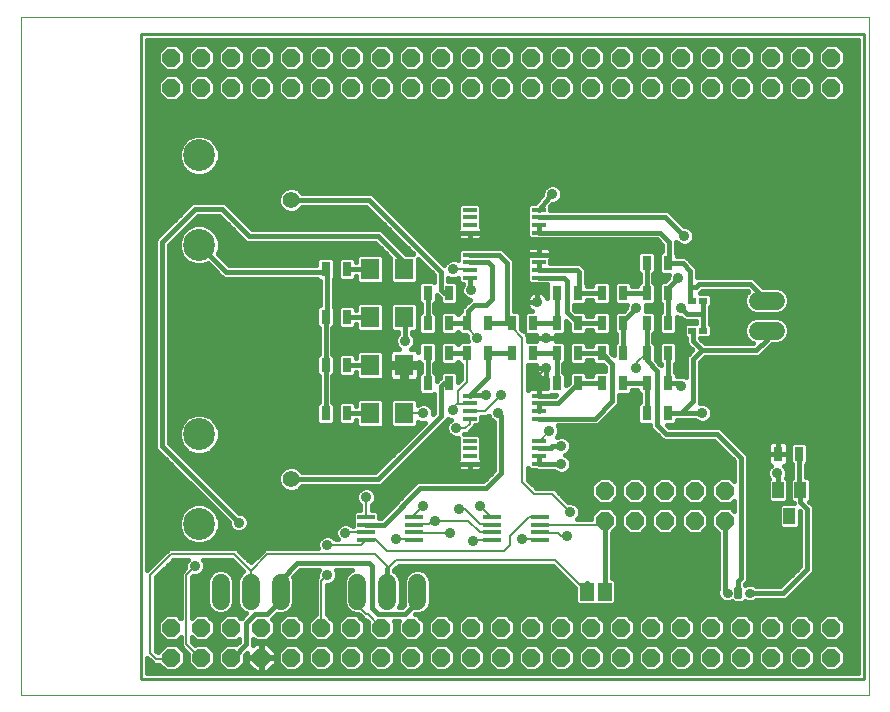
<source format=gtl>
G75*
%MOIN*%
%OFA0B0*%
%FSLAX25Y25*%
%IPPOS*%
%LPD*%
%AMOC8*
5,1,8,0,0,1.08239X$1,22.5*
%
%ADD10C,0.00000*%
%ADD11C,0.01000*%
%ADD12R,0.03150X0.04724*%
%ADD13R,0.04724X0.01378*%
%ADD14R,0.03937X0.05512*%
%ADD15OC8,0.06000*%
%ADD16C,0.03150*%
%ADD17C,0.01181*%
%ADD18R,0.02559X0.02165*%
%ADD19C,0.06000*%
%ADD20C,0.05600*%
%ADD21C,0.10650*%
%ADD22R,0.04600X0.06300*%
%ADD23R,0.05906X0.01772*%
%ADD24R,0.06299X0.07098*%
%ADD25C,0.01600*%
%ADD26C,0.00800*%
%ADD27C,0.03600*%
D10*
X0001000Y0003300D02*
X0001000Y0229261D01*
X0283701Y0229261D01*
X0283701Y0003300D01*
X0001000Y0003300D01*
D11*
X0041000Y0008800D02*
X0041000Y0223800D01*
X0282000Y0223800D01*
X0282000Y0008800D01*
X0041000Y0008800D01*
D12*
X0102457Y0097300D03*
X0109543Y0097300D03*
X0109543Y0113300D03*
X0102457Y0113300D03*
X0102457Y0129300D03*
X0109543Y0129300D03*
X0109543Y0145300D03*
X0102457Y0145300D03*
X0136457Y0137300D03*
X0143543Y0137300D03*
X0143543Y0127300D03*
X0149457Y0127300D03*
X0156543Y0127300D03*
X0164457Y0127300D03*
X0171543Y0127300D03*
X0179457Y0127300D03*
X0186543Y0127300D03*
X0194457Y0127300D03*
X0201543Y0127300D03*
X0209457Y0127300D03*
X0216543Y0127300D03*
X0216543Y0137300D03*
X0209457Y0137300D03*
X0201543Y0137300D03*
X0194457Y0137300D03*
X0186543Y0137300D03*
X0179457Y0137300D03*
X0179457Y0117300D03*
X0186543Y0117300D03*
X0194457Y0117300D03*
X0201543Y0117300D03*
X0209457Y0117300D03*
X0216543Y0117300D03*
X0216543Y0107300D03*
X0209457Y0107300D03*
X0201543Y0107300D03*
X0194457Y0107300D03*
X0186543Y0107300D03*
X0179457Y0107300D03*
X0171543Y0117300D03*
X0164457Y0117300D03*
X0156543Y0117300D03*
X0149457Y0117300D03*
X0143543Y0117300D03*
X0136457Y0117300D03*
X0136457Y0107300D03*
X0143543Y0107300D03*
X0136457Y0127300D03*
X0209457Y0147300D03*
X0216543Y0147300D03*
X0216543Y0097300D03*
X0209457Y0097300D03*
X0253207Y0083800D03*
X0260293Y0083800D03*
D13*
X0173516Y0083020D03*
X0173516Y0085580D03*
X0173516Y0088139D03*
X0173516Y0095461D03*
X0173516Y0098020D03*
X0173516Y0100580D03*
X0173516Y0103139D03*
X0150484Y0103139D03*
X0150484Y0100580D03*
X0150484Y0098020D03*
X0150484Y0095461D03*
X0150484Y0088139D03*
X0150484Y0085580D03*
X0150484Y0083020D03*
X0150484Y0080461D03*
X0173516Y0080461D03*
X0173516Y0142461D03*
X0173516Y0145020D03*
X0173516Y0147580D03*
X0173516Y0150139D03*
X0173516Y0157461D03*
X0173516Y0160020D03*
X0173516Y0162580D03*
X0173516Y0165139D03*
X0150484Y0165139D03*
X0150484Y0162580D03*
X0150484Y0160020D03*
X0150484Y0157461D03*
X0150484Y0150139D03*
X0150484Y0147580D03*
X0150484Y0145020D03*
X0150484Y0142461D03*
D14*
X0253260Y0071631D03*
X0260740Y0071631D03*
X0257000Y0062969D03*
D15*
X0235575Y0061371D03*
X0225575Y0061371D03*
X0225575Y0071371D03*
X0235575Y0071371D03*
X0215575Y0071371D03*
X0205575Y0071371D03*
X0195575Y0071371D03*
X0195575Y0061371D03*
X0205575Y0061371D03*
X0215575Y0061371D03*
X0211000Y0025800D03*
X0221000Y0025800D03*
X0231000Y0025800D03*
X0241000Y0025800D03*
X0251000Y0025800D03*
X0261000Y0025800D03*
X0271000Y0025800D03*
X0271000Y0015800D03*
X0261000Y0015800D03*
X0251000Y0015800D03*
X0241000Y0015800D03*
X0231000Y0015800D03*
X0221000Y0015800D03*
X0211000Y0015800D03*
X0201000Y0015800D03*
X0191000Y0015800D03*
X0181000Y0015800D03*
X0171000Y0015800D03*
X0161000Y0015800D03*
X0151000Y0015800D03*
X0141000Y0015800D03*
X0131000Y0015800D03*
X0121000Y0015800D03*
X0111000Y0015800D03*
X0101000Y0015800D03*
X0091000Y0015800D03*
X0081000Y0015800D03*
X0071000Y0015800D03*
X0061000Y0015800D03*
X0051000Y0015800D03*
X0051000Y0025800D03*
X0061000Y0025800D03*
X0071000Y0025800D03*
X0081000Y0025800D03*
X0091000Y0025800D03*
X0101000Y0025800D03*
X0111000Y0025800D03*
X0121000Y0025800D03*
X0131000Y0025800D03*
X0141000Y0025800D03*
X0151000Y0025800D03*
X0161000Y0025800D03*
X0171000Y0025800D03*
X0181000Y0025800D03*
X0191000Y0025800D03*
X0201000Y0025800D03*
X0201000Y0205800D03*
X0191000Y0205800D03*
X0191000Y0215800D03*
X0201000Y0215800D03*
X0211000Y0215800D03*
X0221000Y0215800D03*
X0231000Y0215800D03*
X0231000Y0205800D03*
X0221000Y0205800D03*
X0211000Y0205800D03*
X0241000Y0205800D03*
X0251000Y0205800D03*
X0251000Y0215800D03*
X0241000Y0215800D03*
X0261000Y0215800D03*
X0271000Y0215800D03*
X0271000Y0205800D03*
X0261000Y0205800D03*
X0181000Y0205800D03*
X0171000Y0205800D03*
X0161000Y0205800D03*
X0161000Y0215800D03*
X0171000Y0215800D03*
X0181000Y0215800D03*
X0151000Y0215800D03*
X0141000Y0215800D03*
X0141000Y0205800D03*
X0151000Y0205800D03*
X0131000Y0205800D03*
X0121000Y0205800D03*
X0121000Y0215800D03*
X0131000Y0215800D03*
X0111000Y0215800D03*
X0101000Y0215800D03*
X0091000Y0215800D03*
X0091000Y0205800D03*
X0101000Y0205800D03*
X0111000Y0205800D03*
X0081000Y0205800D03*
X0071000Y0205800D03*
X0071000Y0215800D03*
X0081000Y0215800D03*
X0061000Y0215800D03*
X0051000Y0215800D03*
X0051000Y0205800D03*
X0061000Y0205800D03*
D16*
X0236111Y0037300D02*
X0236503Y0037300D01*
X0243497Y0037300D02*
X0243889Y0037300D01*
D17*
X0240591Y0038678D02*
X0240591Y0035922D01*
X0239409Y0035922D01*
X0239409Y0038678D01*
X0240591Y0038678D01*
X0240591Y0037102D02*
X0239409Y0037102D01*
X0239409Y0038282D02*
X0240591Y0038282D01*
D18*
X0228394Y0124800D03*
X0224654Y0124800D03*
X0224654Y0134800D03*
X0228394Y0134800D03*
D19*
X0246500Y0134800D02*
X0252500Y0134800D01*
X0252500Y0124800D02*
X0246500Y0124800D01*
X0133000Y0040800D02*
X0133000Y0034800D01*
X0123000Y0034800D02*
X0123000Y0040800D01*
X0113000Y0040800D02*
X0113000Y0034800D01*
X0087500Y0034800D02*
X0087500Y0040800D01*
X0077500Y0040800D02*
X0077500Y0034800D01*
X0067500Y0034800D02*
X0067500Y0040800D01*
D20*
X0091000Y0075300D03*
X0091000Y0168300D03*
D21*
X0060291Y0153339D03*
X0060291Y0183261D03*
X0060291Y0090261D03*
X0060291Y0060339D03*
D22*
X0189500Y0037800D03*
X0195500Y0037800D03*
D23*
X0174071Y0054961D03*
X0174071Y0057520D03*
X0174071Y0060080D03*
X0174071Y0062639D03*
X0157929Y0062639D03*
X0157929Y0060080D03*
X0157929Y0057520D03*
X0157929Y0054961D03*
X0132071Y0054961D03*
X0132071Y0057520D03*
X0132071Y0060080D03*
X0132071Y0062639D03*
X0115929Y0062639D03*
X0115929Y0060080D03*
X0115929Y0057520D03*
X0115929Y0054961D03*
D24*
X0117402Y0097300D03*
X0128598Y0097300D03*
X0128598Y0113300D03*
X0117402Y0113300D03*
X0117402Y0129300D03*
X0128598Y0129300D03*
X0128598Y0145300D03*
X0117402Y0145300D03*
D25*
X0109543Y0145300D01*
X0106469Y0145772D02*
X0105531Y0145772D01*
X0105531Y0147370D02*
X0106469Y0147370D01*
X0106469Y0148284D02*
X0107347Y0149162D01*
X0111739Y0149162D01*
X0112618Y0148284D01*
X0112618Y0147600D01*
X0112752Y0147600D01*
X0112752Y0149471D01*
X0113631Y0150349D01*
X0121173Y0150349D01*
X0122051Y0149471D01*
X0122051Y0141129D01*
X0121173Y0140251D01*
X0113631Y0140251D01*
X0112752Y0141129D01*
X0112752Y0143000D01*
X0112618Y0143000D01*
X0112618Y0142316D01*
X0111739Y0141438D01*
X0107347Y0141438D01*
X0106469Y0142316D01*
X0106469Y0148284D01*
X0105531Y0148284D02*
X0104653Y0149162D01*
X0100261Y0149162D01*
X0099382Y0148284D01*
X0099382Y0146600D01*
X0070283Y0146600D01*
X0066468Y0150416D01*
X0067116Y0151982D01*
X0067116Y0154697D01*
X0066077Y0157205D01*
X0064157Y0159125D01*
X0061649Y0160164D01*
X0058934Y0160164D01*
X0056425Y0159125D01*
X0054505Y0157205D01*
X0053466Y0154697D01*
X0053466Y0151982D01*
X0054505Y0149473D01*
X0056425Y0147553D01*
X0058934Y0146514D01*
X0061649Y0146514D01*
X0063215Y0147163D01*
X0068378Y0142000D01*
X0099698Y0142000D01*
X0100261Y0141438D01*
X0100700Y0141438D01*
X0100700Y0133162D01*
X0100261Y0133162D01*
X0099382Y0132284D01*
X0099382Y0126316D01*
X0100157Y0125542D01*
X0100157Y0117058D01*
X0099382Y0116284D01*
X0099382Y0110316D01*
X0100157Y0109542D01*
X0100157Y0101058D01*
X0099382Y0100284D01*
X0099382Y0094316D01*
X0100261Y0093438D01*
X0104653Y0093438D01*
X0105531Y0094316D01*
X0105531Y0100284D01*
X0104757Y0101058D01*
X0104757Y0109542D01*
X0105531Y0110316D01*
X0105531Y0116284D01*
X0104757Y0117058D01*
X0104757Y0125542D01*
X0105531Y0126316D01*
X0105531Y0132284D01*
X0105300Y0132515D01*
X0105300Y0142085D01*
X0105531Y0142316D01*
X0105531Y0148284D01*
X0104846Y0148969D02*
X0107154Y0148969D01*
X0102457Y0145300D02*
X0102457Y0144843D01*
X0103000Y0144300D01*
X0103000Y0129843D01*
X0102457Y0129300D01*
X0102457Y0113300D01*
X0102457Y0097300D01*
X0105531Y0097817D02*
X0106469Y0097817D01*
X0106469Y0099415D02*
X0105531Y0099415D01*
X0106469Y0100284D02*
X0106469Y0094316D01*
X0107347Y0093438D01*
X0111739Y0093438D01*
X0112618Y0094316D01*
X0112618Y0095000D01*
X0112752Y0095000D01*
X0112752Y0093129D01*
X0113631Y0092251D01*
X0121173Y0092251D01*
X0122051Y0093129D01*
X0122051Y0101471D01*
X0121173Y0102349D01*
X0113631Y0102349D01*
X0112752Y0101471D01*
X0112752Y0099600D01*
X0112618Y0099600D01*
X0112618Y0100284D01*
X0111739Y0101162D01*
X0107347Y0101162D01*
X0106469Y0100284D01*
X0107199Y0101014D02*
X0104801Y0101014D01*
X0104757Y0102612D02*
X0138700Y0102612D01*
X0138653Y0103438D02*
X0138700Y0103485D01*
X0138700Y0097253D01*
X0138300Y0096853D01*
X0138300Y0097956D01*
X0137798Y0099169D01*
X0136869Y0100098D01*
X0135656Y0100600D01*
X0134344Y0100600D01*
X0133248Y0100146D01*
X0133248Y0101471D01*
X0132369Y0102349D01*
X0124827Y0102349D01*
X0123949Y0101471D01*
X0123949Y0093129D01*
X0124827Y0092251D01*
X0132369Y0092251D01*
X0133248Y0093129D01*
X0133248Y0094454D01*
X0134344Y0094000D01*
X0135447Y0094000D01*
X0119047Y0077600D01*
X0094702Y0077600D01*
X0094645Y0077736D01*
X0093436Y0078945D01*
X0091855Y0079600D01*
X0090145Y0079600D01*
X0088564Y0078945D01*
X0087355Y0077736D01*
X0086700Y0076155D01*
X0086700Y0074445D01*
X0087355Y0072864D01*
X0088564Y0071655D01*
X0090145Y0071000D01*
X0091855Y0071000D01*
X0093436Y0071655D01*
X0094645Y0072864D01*
X0094702Y0073000D01*
X0120953Y0073000D01*
X0122300Y0074347D01*
X0143300Y0095347D01*
X0143300Y0095432D01*
X0144124Y0095091D01*
X0143202Y0094169D01*
X0142700Y0092956D01*
X0142700Y0091644D01*
X0143202Y0090431D01*
X0144131Y0089502D01*
X0145344Y0089000D01*
X0146622Y0089000D01*
X0146622Y0082152D01*
X0146445Y0081845D01*
X0146322Y0081387D01*
X0146322Y0080461D01*
X0146322Y0079535D01*
X0146445Y0079078D01*
X0146682Y0078667D01*
X0147017Y0078332D01*
X0147427Y0078095D01*
X0147885Y0077972D01*
X0150484Y0077972D01*
X0150484Y0080461D01*
X0150484Y0080461D01*
X0146322Y0080461D01*
X0150484Y0080461D01*
X0150484Y0080461D01*
X0150484Y0077972D01*
X0153083Y0077972D01*
X0153541Y0078095D01*
X0153952Y0078332D01*
X0154287Y0078667D01*
X0154524Y0079078D01*
X0154646Y0079535D01*
X0154646Y0080461D01*
X0150484Y0080461D01*
X0150484Y0080461D01*
X0154646Y0080461D01*
X0154646Y0081387D01*
X0154524Y0081845D01*
X0154346Y0082152D01*
X0154346Y0089449D01*
X0153468Y0090328D01*
X0148694Y0090328D01*
X0148767Y0090400D01*
X0149787Y0090400D01*
X0150900Y0091513D01*
X0152384Y0092997D01*
X0152384Y0093272D01*
X0153468Y0093272D01*
X0154346Y0094151D01*
X0154346Y0096120D01*
X0156507Y0096120D01*
X0156797Y0096410D01*
X0157202Y0095431D01*
X0158131Y0094502D01*
X0158700Y0094267D01*
X0158700Y0078253D01*
X0155047Y0074600D01*
X0133047Y0074600D01*
X0131700Y0073253D01*
X0131700Y0073253D01*
X0120827Y0062380D01*
X0120382Y0062380D01*
X0120382Y0064146D01*
X0119503Y0065024D01*
X0117829Y0065024D01*
X0117829Y0066486D01*
X0117869Y0066502D01*
X0118798Y0067431D01*
X0119300Y0068644D01*
X0119300Y0069956D01*
X0118798Y0071169D01*
X0117869Y0072098D01*
X0116656Y0072600D01*
X0115344Y0072600D01*
X0114131Y0072098D01*
X0113202Y0071169D01*
X0112700Y0069956D01*
X0112700Y0068644D01*
X0113202Y0067431D01*
X0114029Y0066604D01*
X0114029Y0065024D01*
X0112355Y0065024D01*
X0111476Y0064146D01*
X0111476Y0059490D01*
X0110869Y0060098D01*
X0109656Y0060600D01*
X0108344Y0060600D01*
X0107131Y0060098D01*
X0106202Y0059169D01*
X0105700Y0057956D01*
X0105700Y0056644D01*
X0106202Y0055431D01*
X0106433Y0055200D01*
X0105767Y0055200D01*
X0104869Y0056098D01*
X0103656Y0056600D01*
X0102344Y0056600D01*
X0101131Y0056098D01*
X0100202Y0055169D01*
X0099700Y0053956D01*
X0099700Y0052644D01*
X0099884Y0052200D01*
X0082213Y0052200D01*
X0081100Y0051087D01*
X0077500Y0047487D01*
X0073900Y0051087D01*
X0072787Y0052200D01*
X0050213Y0052200D01*
X0043213Y0045200D01*
X0043000Y0044987D01*
X0043000Y0221800D01*
X0280000Y0221800D01*
X0280000Y0010800D01*
X0043000Y0010800D01*
X0043000Y0015613D01*
X0044100Y0014513D01*
X0045213Y0013400D01*
X0047036Y0013400D01*
X0049136Y0011300D01*
X0052864Y0011300D01*
X0055500Y0013936D01*
X0055500Y0017664D01*
X0052864Y0020300D01*
X0049136Y0020300D01*
X0046500Y0017664D01*
X0046500Y0017487D01*
X0045900Y0018087D01*
X0045900Y0042513D01*
X0051787Y0048400D01*
X0056433Y0048400D01*
X0056202Y0048169D01*
X0055700Y0046956D01*
X0055700Y0045687D01*
X0054100Y0044087D01*
X0054100Y0029064D01*
X0052864Y0030300D01*
X0049136Y0030300D01*
X0046500Y0027664D01*
X0046500Y0023936D01*
X0049136Y0021300D01*
X0052864Y0021300D01*
X0054100Y0022536D01*
X0054100Y0019513D01*
X0055213Y0018400D01*
X0056500Y0017113D01*
X0056500Y0013936D01*
X0059136Y0011300D01*
X0062864Y0011300D01*
X0065500Y0013936D01*
X0065500Y0017664D01*
X0062864Y0020300D01*
X0059136Y0020300D01*
X0058912Y0020075D01*
X0057900Y0021087D01*
X0057900Y0022536D01*
X0059136Y0021300D01*
X0062864Y0021300D01*
X0065500Y0023936D01*
X0065500Y0027664D01*
X0062864Y0030300D01*
X0059136Y0030300D01*
X0057900Y0029064D01*
X0057900Y0042513D01*
X0058387Y0043000D01*
X0059656Y0043000D01*
X0060869Y0043502D01*
X0061798Y0044431D01*
X0062300Y0045644D01*
X0062300Y0046956D01*
X0061798Y0048169D01*
X0061567Y0048400D01*
X0071213Y0048400D01*
X0074984Y0044629D01*
X0074951Y0044615D01*
X0073685Y0043349D01*
X0073000Y0041695D01*
X0073000Y0033905D01*
X0073685Y0032251D01*
X0074951Y0030985D01*
X0075998Y0030551D01*
X0074306Y0028858D01*
X0072864Y0030300D01*
X0069136Y0030300D01*
X0066500Y0027664D01*
X0066500Y0023936D01*
X0069136Y0021300D01*
X0072864Y0021300D01*
X0073700Y0022136D01*
X0073700Y0021253D01*
X0072747Y0020300D01*
X0069136Y0020300D01*
X0066500Y0017664D01*
X0066500Y0013936D01*
X0069136Y0011300D01*
X0072864Y0011300D01*
X0075500Y0013936D01*
X0075500Y0016547D01*
X0076200Y0017247D01*
X0076200Y0016000D01*
X0080800Y0016000D01*
X0080800Y0020600D01*
X0079012Y0020600D01*
X0078300Y0019888D01*
X0078300Y0022136D01*
X0079136Y0021300D01*
X0082864Y0021300D01*
X0085500Y0023936D01*
X0085500Y0027664D01*
X0084558Y0028606D01*
X0086356Y0030403D01*
X0086605Y0030300D01*
X0088395Y0030300D01*
X0090049Y0030985D01*
X0091315Y0032251D01*
X0092000Y0033905D01*
X0092000Y0041695D01*
X0091604Y0042651D01*
X0093953Y0045000D01*
X0100132Y0045000D01*
X0099700Y0043956D01*
X0099700Y0042687D01*
X0099100Y0042087D01*
X0099100Y0030264D01*
X0096500Y0027664D01*
X0096500Y0023936D01*
X0099136Y0021300D01*
X0102864Y0021300D01*
X0105500Y0023936D01*
X0105500Y0027664D01*
X0102900Y0030264D01*
X0102900Y0040000D01*
X0103656Y0040000D01*
X0104869Y0040502D01*
X0105798Y0041431D01*
X0106300Y0042644D01*
X0106300Y0043956D01*
X0105868Y0045000D01*
X0111381Y0045000D01*
X0110451Y0044615D01*
X0109185Y0043349D01*
X0108500Y0041695D01*
X0108500Y0033905D01*
X0109185Y0032251D01*
X0110451Y0030985D01*
X0112105Y0030300D01*
X0113313Y0030300D01*
X0114100Y0029513D01*
X0115213Y0028400D01*
X0115713Y0028400D01*
X0116500Y0027613D01*
X0116500Y0023936D01*
X0119136Y0021300D01*
X0122864Y0021300D01*
X0125500Y0023936D01*
X0125500Y0027664D01*
X0125164Y0028000D01*
X0126836Y0028000D01*
X0126500Y0027664D01*
X0126500Y0023936D01*
X0129136Y0021300D01*
X0132864Y0021300D01*
X0135500Y0023936D01*
X0135500Y0027664D01*
X0132864Y0030300D01*
X0132253Y0030300D01*
X0133895Y0030300D01*
X0135549Y0030985D01*
X0136815Y0032251D01*
X0137500Y0033905D01*
X0137500Y0041695D01*
X0136815Y0043349D01*
X0135549Y0044615D01*
X0133895Y0045300D01*
X0132105Y0045300D01*
X0130451Y0044615D01*
X0129185Y0043349D01*
X0128500Y0041695D01*
X0128500Y0033905D01*
X0128750Y0033302D01*
X0128047Y0032600D01*
X0126959Y0032600D01*
X0127500Y0033905D01*
X0127500Y0041695D01*
X0126815Y0043349D01*
X0125549Y0044615D01*
X0125300Y0044718D01*
X0125300Y0044913D01*
X0126787Y0046400D01*
X0178213Y0046400D01*
X0185700Y0038913D01*
X0185700Y0034029D01*
X0186579Y0033150D01*
X0192421Y0033150D01*
X0192500Y0033229D01*
X0192579Y0033150D01*
X0198421Y0033150D01*
X0199300Y0034029D01*
X0199300Y0041571D01*
X0198421Y0042450D01*
X0197800Y0042450D01*
X0197800Y0057232D01*
X0200075Y0059507D01*
X0200075Y0063235D01*
X0197439Y0065871D01*
X0193711Y0065871D01*
X0191075Y0063235D01*
X0191075Y0061980D01*
X0186346Y0061980D01*
X0186798Y0062431D01*
X0187300Y0063644D01*
X0187300Y0064956D01*
X0186798Y0066169D01*
X0185869Y0067098D01*
X0184656Y0067600D01*
X0183387Y0067600D01*
X0178787Y0072200D01*
X0172787Y0072200D01*
X0169900Y0075087D01*
X0169900Y0078905D01*
X0170532Y0078272D01*
X0172452Y0078272D01*
X0172724Y0078000D01*
X0178633Y0078000D01*
X0179131Y0077502D01*
X0180344Y0077000D01*
X0181656Y0077000D01*
X0182869Y0077502D01*
X0183798Y0078431D01*
X0184300Y0079644D01*
X0184300Y0080956D01*
X0183798Y0082169D01*
X0182869Y0083098D01*
X0182381Y0083300D01*
X0182869Y0083502D01*
X0183798Y0084431D01*
X0184300Y0085644D01*
X0184300Y0086956D01*
X0183798Y0088169D01*
X0182869Y0089098D01*
X0181656Y0089600D01*
X0180344Y0089600D01*
X0179700Y0089334D01*
X0179798Y0089431D01*
X0180300Y0090644D01*
X0180300Y0091956D01*
X0179801Y0093161D01*
X0193114Y0093161D01*
X0198953Y0099000D01*
X0200300Y0100347D01*
X0200300Y0103438D01*
X0203739Y0103438D01*
X0204618Y0104316D01*
X0204618Y0105000D01*
X0206382Y0105000D01*
X0206382Y0104316D01*
X0207157Y0103542D01*
X0207157Y0101058D01*
X0206382Y0100284D01*
X0206382Y0094316D01*
X0207261Y0093438D01*
X0210700Y0093438D01*
X0210700Y0092347D01*
X0213700Y0089347D01*
X0215047Y0088000D01*
X0232047Y0088000D01*
X0238700Y0081347D01*
X0238700Y0074610D01*
X0237439Y0075871D01*
X0233711Y0075871D01*
X0231075Y0073235D01*
X0231075Y0069507D01*
X0233711Y0066871D01*
X0237439Y0066871D01*
X0238700Y0068132D01*
X0238700Y0064610D01*
X0237439Y0065871D01*
X0233711Y0065871D01*
X0231075Y0063235D01*
X0231075Y0059507D01*
X0233275Y0057307D01*
X0233275Y0038490D01*
X0233035Y0037912D01*
X0233035Y0036688D01*
X0233504Y0035558D01*
X0234368Y0034693D01*
X0235499Y0034225D01*
X0237116Y0034225D01*
X0237847Y0034528D01*
X0238544Y0033831D01*
X0241456Y0033831D01*
X0242153Y0034528D01*
X0242884Y0034225D01*
X0244501Y0034225D01*
X0245631Y0034693D01*
X0245938Y0035000D01*
X0255953Y0035000D01*
X0257300Y0036347D01*
X0265300Y0044347D01*
X0265300Y0066253D01*
X0263953Y0067600D01*
X0263754Y0067799D01*
X0264209Y0068253D01*
X0264209Y0075008D01*
X0263330Y0075887D01*
X0262593Y0075887D01*
X0262593Y0080042D01*
X0263368Y0080816D01*
X0263368Y0086784D01*
X0262489Y0087662D01*
X0258097Y0087662D01*
X0257219Y0086784D01*
X0257219Y0080816D01*
X0257993Y0080042D01*
X0257993Y0075730D01*
X0257272Y0075008D01*
X0257272Y0068253D01*
X0258150Y0067375D01*
X0258440Y0067375D01*
X0258440Y0067225D01*
X0254410Y0067225D01*
X0253531Y0066347D01*
X0253531Y0059592D01*
X0254410Y0058713D01*
X0259590Y0058713D01*
X0260468Y0059592D01*
X0260468Y0064579D01*
X0260700Y0064347D01*
X0260700Y0046253D01*
X0254047Y0039600D01*
X0245938Y0039600D01*
X0245631Y0039907D01*
X0244501Y0040375D01*
X0242884Y0040375D01*
X0242300Y0040133D01*
X0242300Y0040347D01*
X0243300Y0041347D01*
X0243300Y0083253D01*
X0241953Y0084600D01*
X0233953Y0092600D01*
X0216953Y0092600D01*
X0216115Y0093438D01*
X0218739Y0093438D01*
X0219618Y0094316D01*
X0219618Y0095000D01*
X0225633Y0095000D01*
X0226131Y0094502D01*
X0227344Y0094000D01*
X0228656Y0094000D01*
X0229869Y0094502D01*
X0230798Y0095431D01*
X0231300Y0096644D01*
X0231300Y0097956D01*
X0230798Y0099169D01*
X0229869Y0100098D01*
X0228656Y0100600D01*
X0227344Y0100600D01*
X0227300Y0100582D01*
X0227300Y0114347D01*
X0228953Y0116000D01*
X0246953Y0116000D01*
X0248300Y0117347D01*
X0251253Y0120300D01*
X0253395Y0120300D01*
X0255049Y0120985D01*
X0256315Y0122251D01*
X0257000Y0123905D01*
X0257000Y0125695D01*
X0256315Y0127349D01*
X0255049Y0128615D01*
X0253395Y0129300D01*
X0245605Y0129300D01*
X0243951Y0128615D01*
X0242685Y0127349D01*
X0242000Y0125695D01*
X0242000Y0123905D01*
X0242685Y0122251D01*
X0243951Y0120985D01*
X0244881Y0120600D01*
X0228953Y0120600D01*
X0227335Y0122217D01*
X0230295Y0122217D01*
X0231173Y0123096D01*
X0231173Y0126504D01*
X0230694Y0126984D01*
X0230694Y0132616D01*
X0231173Y0133096D01*
X0231173Y0136504D01*
X0230295Y0137383D01*
X0227335Y0137383D01*
X0227953Y0138000D01*
X0243047Y0138000D01*
X0243192Y0137856D01*
X0242685Y0137349D01*
X0242000Y0135695D01*
X0242000Y0133905D01*
X0242685Y0132251D01*
X0243951Y0130985D01*
X0245605Y0130300D01*
X0253395Y0130300D01*
X0255049Y0130985D01*
X0256315Y0132251D01*
X0257000Y0133905D01*
X0257000Y0135695D01*
X0256315Y0137349D01*
X0255049Y0138615D01*
X0253395Y0139300D01*
X0248253Y0139300D01*
X0246300Y0141253D01*
X0244953Y0142600D01*
X0226300Y0142600D01*
X0226300Y0145753D01*
X0224953Y0147100D01*
X0222453Y0149600D01*
X0219618Y0149600D01*
X0219618Y0150284D01*
X0219300Y0150602D01*
X0219300Y0154333D01*
X0220131Y0153502D01*
X0221344Y0153000D01*
X0222656Y0153000D01*
X0223869Y0153502D01*
X0224798Y0154431D01*
X0225300Y0155644D01*
X0225300Y0156956D01*
X0224798Y0158169D01*
X0223869Y0159098D01*
X0222656Y0159600D01*
X0221953Y0159600D01*
X0218020Y0163532D01*
X0216673Y0164880D01*
X0177378Y0164880D01*
X0177378Y0166169D01*
X0178074Y0167000D01*
X0178656Y0167000D01*
X0179869Y0167502D01*
X0180798Y0168431D01*
X0181300Y0169644D01*
X0181300Y0170956D01*
X0180798Y0172169D01*
X0179869Y0173098D01*
X0178656Y0173600D01*
X0177344Y0173600D01*
X0176131Y0173098D01*
X0175202Y0172169D01*
X0174700Y0170956D01*
X0174700Y0170136D01*
X0172349Y0167328D01*
X0170532Y0167328D01*
X0169654Y0166449D01*
X0169654Y0156151D01*
X0170532Y0155272D01*
X0172452Y0155272D01*
X0172563Y0155161D01*
X0212886Y0155161D01*
X0214700Y0153347D01*
X0214700Y0151162D01*
X0214347Y0151162D01*
X0213469Y0150284D01*
X0213469Y0144316D01*
X0214347Y0143438D01*
X0216899Y0143438D01*
X0216700Y0142956D01*
X0216700Y0142253D01*
X0216047Y0141600D01*
X0215610Y0141162D01*
X0214347Y0141162D01*
X0213469Y0140284D01*
X0213469Y0134316D01*
X0214243Y0133542D01*
X0214243Y0131058D01*
X0213469Y0130284D01*
X0213469Y0124316D01*
X0214347Y0123438D01*
X0218739Y0123438D01*
X0219618Y0124316D01*
X0219618Y0129301D01*
X0220344Y0129000D01*
X0221047Y0129000D01*
X0222047Y0128000D01*
X0226094Y0128000D01*
X0226094Y0127383D01*
X0222753Y0127383D01*
X0221874Y0126504D01*
X0221874Y0123096D01*
X0222700Y0122270D01*
X0222700Y0120347D01*
X0224047Y0119000D01*
X0224747Y0118300D01*
X0222700Y0116253D01*
X0222700Y0109168D01*
X0221656Y0109600D01*
X0219618Y0109600D01*
X0219618Y0110284D01*
X0218843Y0111058D01*
X0218843Y0113542D01*
X0219618Y0114316D01*
X0219618Y0120284D01*
X0218739Y0121162D01*
X0214347Y0121162D01*
X0213469Y0120284D01*
X0213469Y0114316D01*
X0214243Y0113542D01*
X0214243Y0113309D01*
X0213953Y0113600D01*
X0212531Y0115021D01*
X0212531Y0120284D01*
X0211757Y0121058D01*
X0211757Y0123542D01*
X0212531Y0124316D01*
X0212531Y0130284D01*
X0211653Y0131162D01*
X0209101Y0131162D01*
X0209300Y0131644D01*
X0209300Y0132956D01*
X0209101Y0133438D01*
X0211653Y0133438D01*
X0212531Y0134316D01*
X0212531Y0140284D01*
X0211757Y0141058D01*
X0211757Y0143542D01*
X0212531Y0144316D01*
X0212531Y0150284D01*
X0211653Y0151162D01*
X0207261Y0151162D01*
X0206382Y0150284D01*
X0206382Y0144316D01*
X0207157Y0143542D01*
X0207157Y0141058D01*
X0206382Y0140284D01*
X0206382Y0139600D01*
X0204618Y0139600D01*
X0204618Y0140284D01*
X0203739Y0141162D01*
X0199347Y0141162D01*
X0198469Y0140284D01*
X0198469Y0134316D01*
X0199347Y0133438D01*
X0202899Y0133438D01*
X0202700Y0132956D01*
X0202700Y0132253D01*
X0201610Y0131162D01*
X0199347Y0131162D01*
X0198469Y0130284D01*
X0198469Y0124316D01*
X0199243Y0123542D01*
X0199243Y0121058D01*
X0198469Y0120284D01*
X0198469Y0116541D01*
X0197531Y0117478D01*
X0197531Y0120284D01*
X0196653Y0121162D01*
X0192261Y0121162D01*
X0191382Y0120284D01*
X0191382Y0119600D01*
X0189618Y0119600D01*
X0189618Y0120284D01*
X0188739Y0121162D01*
X0184347Y0121162D01*
X0183469Y0120284D01*
X0183469Y0114316D01*
X0184347Y0113438D01*
X0188739Y0113438D01*
X0189618Y0114316D01*
X0189618Y0115000D01*
X0191382Y0115000D01*
X0191382Y0114316D01*
X0192261Y0113438D01*
X0195066Y0113438D01*
X0195700Y0112804D01*
X0195700Y0111162D01*
X0192261Y0111162D01*
X0191382Y0110284D01*
X0191382Y0109600D01*
X0189618Y0109600D01*
X0189618Y0110284D01*
X0188739Y0111162D01*
X0184347Y0111162D01*
X0183469Y0110284D01*
X0183469Y0107478D01*
X0182531Y0106541D01*
X0182531Y0110284D01*
X0181757Y0111058D01*
X0181757Y0113542D01*
X0182531Y0114316D01*
X0182531Y0120284D01*
X0181653Y0121162D01*
X0179425Y0121162D01*
X0179462Y0121250D01*
X0179600Y0121945D01*
X0179600Y0122300D01*
X0179600Y0122655D01*
X0179462Y0123350D01*
X0179425Y0123438D01*
X0181653Y0123438D01*
X0182531Y0124316D01*
X0182531Y0128059D01*
X0183469Y0127122D01*
X0183469Y0124316D01*
X0184347Y0123438D01*
X0188739Y0123438D01*
X0189618Y0124316D01*
X0189618Y0125000D01*
X0191382Y0125000D01*
X0191382Y0124316D01*
X0192261Y0123438D01*
X0196653Y0123438D01*
X0197531Y0124316D01*
X0197531Y0130284D01*
X0196653Y0131162D01*
X0192261Y0131162D01*
X0191382Y0130284D01*
X0191382Y0129600D01*
X0189618Y0129600D01*
X0189618Y0130284D01*
X0188739Y0131162D01*
X0185934Y0131162D01*
X0185300Y0131796D01*
X0185300Y0133438D01*
X0188739Y0133438D01*
X0189618Y0134316D01*
X0189618Y0135000D01*
X0191382Y0135000D01*
X0191382Y0134316D01*
X0192261Y0133438D01*
X0196653Y0133438D01*
X0197531Y0134316D01*
X0197531Y0140284D01*
X0196653Y0141162D01*
X0192261Y0141162D01*
X0191382Y0140284D01*
X0191382Y0139600D01*
X0189618Y0139600D01*
X0189618Y0140284D01*
X0189300Y0140602D01*
X0189300Y0145253D01*
X0187953Y0146600D01*
X0187232Y0147320D01*
X0177378Y0147320D01*
X0177378Y0148448D01*
X0177555Y0148755D01*
X0177678Y0149213D01*
X0177678Y0150139D01*
X0177678Y0151065D01*
X0177555Y0151522D01*
X0177318Y0151933D01*
X0176983Y0152268D01*
X0176573Y0152505D01*
X0176115Y0152628D01*
X0173516Y0152628D01*
X0173516Y0150139D01*
X0173516Y0150139D01*
X0177678Y0150139D01*
X0173516Y0150139D01*
X0173516Y0150139D01*
X0173516Y0152628D01*
X0170917Y0152628D01*
X0170459Y0152505D01*
X0170048Y0152268D01*
X0169713Y0151933D01*
X0169476Y0151522D01*
X0169354Y0151065D01*
X0169354Y0150139D01*
X0173516Y0150139D01*
X0173354Y0150300D01*
X0169000Y0150300D01*
X0168000Y0149300D01*
X0169354Y0149213D02*
X0169476Y0148755D01*
X0169654Y0148448D01*
X0169654Y0141151D01*
X0170532Y0140272D01*
X0172452Y0140272D01*
X0172563Y0140161D01*
X0176382Y0140161D01*
X0176382Y0135543D01*
X0176190Y0136005D01*
X0175796Y0136595D01*
X0175295Y0137096D01*
X0174705Y0137490D01*
X0174050Y0137762D01*
X0173355Y0137900D01*
X0173000Y0137900D01*
X0173000Y0134300D01*
X0173000Y0134300D01*
X0173000Y0137900D01*
X0172645Y0137900D01*
X0171950Y0137762D01*
X0171295Y0137490D01*
X0170705Y0137096D01*
X0170204Y0136595D01*
X0169810Y0136005D01*
X0169538Y0135350D01*
X0169400Y0134655D01*
X0169400Y0134300D01*
X0173000Y0134300D01*
X0173000Y0134300D01*
X0169400Y0134300D01*
X0169400Y0133945D01*
X0169538Y0133250D01*
X0169810Y0132595D01*
X0170204Y0132005D01*
X0170705Y0131504D01*
X0171216Y0131162D01*
X0169347Y0131162D01*
X0168469Y0130284D01*
X0168469Y0124518D01*
X0167531Y0125455D01*
X0167531Y0130284D01*
X0166653Y0131162D01*
X0165300Y0131162D01*
X0165300Y0148253D01*
X0163953Y0149600D01*
X0161114Y0152439D01*
X0149532Y0152439D01*
X0149421Y0152328D01*
X0147501Y0152328D01*
X0146622Y0151449D01*
X0146622Y0148200D01*
X0145656Y0148600D01*
X0144344Y0148600D01*
X0143131Y0148098D01*
X0142202Y0147169D01*
X0141963Y0146590D01*
X0119300Y0169253D01*
X0117953Y0170600D01*
X0094702Y0170600D01*
X0094645Y0170736D01*
X0093436Y0171945D01*
X0091855Y0172600D01*
X0090145Y0172600D01*
X0088564Y0171945D01*
X0087355Y0170736D01*
X0086700Y0169155D01*
X0086700Y0167445D01*
X0087355Y0165864D01*
X0088564Y0164655D01*
X0090145Y0164000D01*
X0091855Y0164000D01*
X0093436Y0164655D01*
X0094645Y0165864D01*
X0094702Y0166000D01*
X0116047Y0166000D01*
X0131698Y0150349D01*
X0129203Y0150349D01*
X0122300Y0157253D01*
X0120953Y0158600D01*
X0077953Y0158600D01*
X0070300Y0166253D01*
X0068953Y0167600D01*
X0058047Y0167600D01*
X0047047Y0156600D01*
X0045700Y0155253D01*
X0045700Y0085347D01*
X0070200Y0060847D01*
X0070200Y0060144D01*
X0070702Y0058931D01*
X0071631Y0058002D01*
X0072844Y0057500D01*
X0074156Y0057500D01*
X0075369Y0058002D01*
X0076298Y0058931D01*
X0076800Y0060144D01*
X0076800Y0061456D01*
X0076298Y0062669D01*
X0075369Y0063598D01*
X0074156Y0064100D01*
X0073453Y0064100D01*
X0050300Y0087253D01*
X0050300Y0153347D01*
X0059953Y0163000D01*
X0067047Y0163000D01*
X0076047Y0154000D01*
X0119047Y0154000D01*
X0123949Y0149098D01*
X0123949Y0141129D01*
X0124827Y0140251D01*
X0132369Y0140251D01*
X0133248Y0141129D01*
X0133248Y0148799D01*
X0138700Y0143347D01*
X0138700Y0141115D01*
X0138653Y0141162D01*
X0134261Y0141162D01*
X0133382Y0140284D01*
X0133382Y0134316D01*
X0134157Y0133542D01*
X0134157Y0131058D01*
X0133382Y0130284D01*
X0133382Y0124316D01*
X0134261Y0123438D01*
X0138653Y0123438D01*
X0139531Y0124316D01*
X0139531Y0130284D01*
X0138757Y0131058D01*
X0138757Y0133542D01*
X0139531Y0134316D01*
X0139531Y0136516D01*
X0139700Y0136347D01*
X0140469Y0135579D01*
X0140469Y0134316D01*
X0141347Y0133438D01*
X0145739Y0133438D01*
X0146618Y0134316D01*
X0146618Y0140284D01*
X0145739Y0141162D01*
X0143300Y0141162D01*
X0143300Y0142432D01*
X0144344Y0142000D01*
X0145656Y0142000D01*
X0146622Y0142400D01*
X0146622Y0141151D01*
X0147501Y0140272D01*
X0148184Y0140272D01*
X0148184Y0140125D01*
X0147700Y0138956D01*
X0147700Y0137644D01*
X0148202Y0136431D01*
X0149131Y0135502D01*
X0150344Y0135000D01*
X0150447Y0135000D01*
X0149047Y0133600D01*
X0147700Y0132253D01*
X0147700Y0131162D01*
X0147261Y0131162D01*
X0146500Y0130402D01*
X0145739Y0131162D01*
X0141347Y0131162D01*
X0140469Y0130284D01*
X0140469Y0124316D01*
X0141347Y0123438D01*
X0145739Y0123438D01*
X0146500Y0124198D01*
X0147261Y0123438D01*
X0149175Y0123438D01*
X0149700Y0122913D01*
X0149700Y0121644D01*
X0149899Y0121162D01*
X0147261Y0121162D01*
X0146500Y0120402D01*
X0145739Y0121162D01*
X0141347Y0121162D01*
X0140469Y0120284D01*
X0140469Y0114316D01*
X0141347Y0113438D01*
X0145739Y0113438D01*
X0146500Y0114198D01*
X0147261Y0113438D01*
X0147557Y0113438D01*
X0147557Y0108544D01*
X0146618Y0107605D01*
X0146618Y0110284D01*
X0145739Y0111162D01*
X0141347Y0111162D01*
X0140469Y0110284D01*
X0140469Y0109021D01*
X0140047Y0108600D01*
X0139531Y0108084D01*
X0139531Y0110284D01*
X0138757Y0111058D01*
X0138757Y0113542D01*
X0139531Y0114316D01*
X0139531Y0120284D01*
X0138653Y0121162D01*
X0134261Y0121162D01*
X0133382Y0120284D01*
X0133382Y0117619D01*
X0133188Y0117954D01*
X0132853Y0118290D01*
X0132443Y0118527D01*
X0131985Y0118649D01*
X0131016Y0118649D01*
X0131798Y0119431D01*
X0132300Y0120644D01*
X0132300Y0121956D01*
X0131798Y0123169D01*
X0131300Y0123667D01*
X0131300Y0124251D01*
X0132369Y0124251D01*
X0133248Y0125129D01*
X0133248Y0133471D01*
X0132369Y0134349D01*
X0124827Y0134349D01*
X0123949Y0133471D01*
X0123949Y0125129D01*
X0124827Y0124251D01*
X0126700Y0124251D01*
X0126700Y0123667D01*
X0126202Y0123169D01*
X0125700Y0121956D01*
X0125700Y0120644D01*
X0126202Y0119431D01*
X0126984Y0118649D01*
X0125212Y0118649D01*
X0124754Y0118527D01*
X0124344Y0118290D01*
X0124008Y0117954D01*
X0123771Y0117544D01*
X0123649Y0117086D01*
X0123649Y0114075D01*
X0127824Y0114075D01*
X0127824Y0112525D01*
X0129373Y0112525D01*
X0129373Y0107951D01*
X0131985Y0107951D01*
X0132443Y0108073D01*
X0132853Y0108310D01*
X0133188Y0108646D01*
X0133382Y0108981D01*
X0133382Y0104316D01*
X0134261Y0103438D01*
X0138653Y0103438D01*
X0138700Y0101014D02*
X0133248Y0101014D01*
X0137552Y0099415D02*
X0138700Y0099415D01*
X0138700Y0097817D02*
X0138300Y0097817D01*
X0141000Y0096300D02*
X0120000Y0075300D01*
X0091000Y0075300D01*
X0094022Y0072240D02*
X0114476Y0072240D01*
X0112984Y0070642D02*
X0066911Y0070642D01*
X0068509Y0069043D02*
X0112700Y0069043D01*
X0113197Y0067445D02*
X0070108Y0067445D01*
X0071706Y0065846D02*
X0114029Y0065846D01*
X0111579Y0064248D02*
X0073305Y0064248D01*
X0076306Y0062649D02*
X0111476Y0062649D01*
X0111476Y0061051D02*
X0076800Y0061051D01*
X0076514Y0059452D02*
X0106485Y0059452D01*
X0105700Y0057854D02*
X0075011Y0057854D01*
X0071989Y0057854D02*
X0066649Y0057854D01*
X0067116Y0058982D02*
X0066077Y0056473D01*
X0064157Y0054553D01*
X0061649Y0053514D01*
X0058934Y0053514D01*
X0056425Y0054553D01*
X0054505Y0056473D01*
X0053466Y0058982D01*
X0053466Y0061697D01*
X0054505Y0064205D01*
X0056425Y0066125D01*
X0058934Y0067164D01*
X0061649Y0067164D01*
X0064157Y0066125D01*
X0066077Y0064205D01*
X0067116Y0061697D01*
X0067116Y0058982D01*
X0067116Y0059452D02*
X0070486Y0059452D01*
X0069996Y0061051D02*
X0067116Y0061051D01*
X0066722Y0062649D02*
X0068398Y0062649D01*
X0066799Y0064248D02*
X0066035Y0064248D01*
X0065201Y0065846D02*
X0064436Y0065846D01*
X0063602Y0067445D02*
X0043000Y0067445D01*
X0043000Y0069043D02*
X0062004Y0069043D01*
X0060405Y0070642D02*
X0043000Y0070642D01*
X0043000Y0072240D02*
X0058807Y0072240D01*
X0057208Y0073839D02*
X0043000Y0073839D01*
X0043000Y0075437D02*
X0055610Y0075437D01*
X0054011Y0077036D02*
X0043000Y0077036D01*
X0043000Y0078634D02*
X0052413Y0078634D01*
X0050814Y0080233D02*
X0043000Y0080233D01*
X0043000Y0081832D02*
X0049216Y0081832D01*
X0047617Y0083430D02*
X0043000Y0083430D01*
X0043000Y0085029D02*
X0046019Y0085029D01*
X0045700Y0086627D02*
X0043000Y0086627D01*
X0043000Y0088226D02*
X0045700Y0088226D01*
X0045700Y0089824D02*
X0043000Y0089824D01*
X0043000Y0091423D02*
X0045700Y0091423D01*
X0045700Y0093021D02*
X0043000Y0093021D01*
X0043000Y0094620D02*
X0045700Y0094620D01*
X0045700Y0096218D02*
X0043000Y0096218D01*
X0043000Y0097817D02*
X0045700Y0097817D01*
X0045700Y0099415D02*
X0043000Y0099415D01*
X0043000Y0101014D02*
X0045700Y0101014D01*
X0045700Y0102612D02*
X0043000Y0102612D01*
X0043000Y0104211D02*
X0045700Y0104211D01*
X0045700Y0105809D02*
X0043000Y0105809D01*
X0043000Y0107408D02*
X0045700Y0107408D01*
X0045700Y0109006D02*
X0043000Y0109006D01*
X0043000Y0110605D02*
X0045700Y0110605D01*
X0045700Y0112203D02*
X0043000Y0112203D01*
X0043000Y0113802D02*
X0045700Y0113802D01*
X0045700Y0115400D02*
X0043000Y0115400D01*
X0043000Y0116999D02*
X0045700Y0116999D01*
X0045700Y0118597D02*
X0043000Y0118597D01*
X0043000Y0120196D02*
X0045700Y0120196D01*
X0045700Y0121794D02*
X0043000Y0121794D01*
X0043000Y0123393D02*
X0045700Y0123393D01*
X0045700Y0124991D02*
X0043000Y0124991D01*
X0043000Y0126590D02*
X0045700Y0126590D01*
X0045700Y0128188D02*
X0043000Y0128188D01*
X0043000Y0129787D02*
X0045700Y0129787D01*
X0045700Y0131385D02*
X0043000Y0131385D01*
X0043000Y0132984D02*
X0045700Y0132984D01*
X0045700Y0134582D02*
X0043000Y0134582D01*
X0043000Y0136181D02*
X0045700Y0136181D01*
X0045700Y0137779D02*
X0043000Y0137779D01*
X0043000Y0139378D02*
X0045700Y0139378D01*
X0045700Y0140976D02*
X0043000Y0140976D01*
X0043000Y0142575D02*
X0045700Y0142575D01*
X0045700Y0144173D02*
X0043000Y0144173D01*
X0043000Y0145772D02*
X0045700Y0145772D01*
X0045700Y0147370D02*
X0043000Y0147370D01*
X0043000Y0148969D02*
X0045700Y0148969D01*
X0045700Y0150568D02*
X0043000Y0150568D01*
X0043000Y0152166D02*
X0045700Y0152166D01*
X0045700Y0153765D02*
X0043000Y0153765D01*
X0043000Y0155363D02*
X0045810Y0155363D01*
X0047409Y0156962D02*
X0043000Y0156962D01*
X0043000Y0158560D02*
X0049007Y0158560D01*
X0050606Y0160159D02*
X0043000Y0160159D01*
X0043000Y0161757D02*
X0052204Y0161757D01*
X0053803Y0163356D02*
X0043000Y0163356D01*
X0043000Y0164954D02*
X0055401Y0164954D01*
X0057000Y0166553D02*
X0043000Y0166553D01*
X0043000Y0168151D02*
X0086700Y0168151D01*
X0086946Y0169750D02*
X0043000Y0169750D01*
X0043000Y0171348D02*
X0087967Y0171348D01*
X0091000Y0168300D02*
X0117000Y0168300D01*
X0141000Y0144300D01*
X0141000Y0138300D01*
X0142000Y0137300D01*
X0143543Y0137300D01*
X0146618Y0137779D02*
X0147700Y0137779D01*
X0147875Y0139378D02*
X0146618Y0139378D01*
X0146797Y0140976D02*
X0145925Y0140976D01*
X0150484Y0142461D02*
X0150484Y0138816D01*
X0151000Y0138300D01*
X0148452Y0136181D02*
X0146618Y0136181D01*
X0146618Y0134582D02*
X0150030Y0134582D01*
X0148431Y0132984D02*
X0138757Y0132984D01*
X0138757Y0131385D02*
X0147700Y0131385D01*
X0150000Y0131300D02*
X0150000Y0127843D01*
X0149457Y0127300D01*
X0143543Y0127300D01*
X0140469Y0126590D02*
X0139531Y0126590D01*
X0139531Y0128188D02*
X0140469Y0128188D01*
X0140469Y0129787D02*
X0139531Y0129787D01*
X0136457Y0127300D02*
X0136457Y0137300D01*
X0133382Y0137779D02*
X0105300Y0137779D01*
X0105300Y0136181D02*
X0133382Y0136181D01*
X0133382Y0134582D02*
X0105300Y0134582D01*
X0105300Y0132984D02*
X0107169Y0132984D01*
X0107347Y0133162D02*
X0106469Y0132284D01*
X0106469Y0126316D01*
X0107347Y0125438D01*
X0111739Y0125438D01*
X0112618Y0126316D01*
X0112618Y0127000D01*
X0112752Y0127000D01*
X0112752Y0125129D01*
X0113631Y0124251D01*
X0121173Y0124251D01*
X0122051Y0125129D01*
X0122051Y0133471D01*
X0121173Y0134349D01*
X0113631Y0134349D01*
X0112752Y0133471D01*
X0112752Y0131600D01*
X0112618Y0131600D01*
X0112618Y0132284D01*
X0111739Y0133162D01*
X0107347Y0133162D01*
X0106469Y0131385D02*
X0105531Y0131385D01*
X0105531Y0129787D02*
X0106469Y0129787D01*
X0106469Y0128188D02*
X0105531Y0128188D01*
X0105531Y0126590D02*
X0106469Y0126590D01*
X0104757Y0124991D02*
X0112890Y0124991D01*
X0112752Y0126590D02*
X0112618Y0126590D01*
X0109543Y0129300D02*
X0117402Y0129300D01*
X0122051Y0129787D02*
X0123949Y0129787D01*
X0123949Y0131385D02*
X0122051Y0131385D01*
X0122051Y0132984D02*
X0123949Y0132984D01*
X0128598Y0129300D02*
X0129000Y0129300D01*
X0129000Y0121300D01*
X0132115Y0120196D02*
X0133382Y0120196D01*
X0133382Y0118597D02*
X0132179Y0118597D01*
X0132300Y0121794D02*
X0149700Y0121794D01*
X0149220Y0123393D02*
X0131574Y0123393D01*
X0133110Y0124991D02*
X0133382Y0124991D01*
X0133382Y0126590D02*
X0133248Y0126590D01*
X0133248Y0128188D02*
X0133382Y0128188D01*
X0133382Y0129787D02*
X0133248Y0129787D01*
X0133248Y0131385D02*
X0134157Y0131385D01*
X0134157Y0132984D02*
X0133248Y0132984D01*
X0139531Y0134582D02*
X0140469Y0134582D01*
X0139866Y0136181D02*
X0139531Y0136181D01*
X0139700Y0136347D02*
X0139700Y0136347D01*
X0138700Y0142575D02*
X0133248Y0142575D01*
X0133248Y0144173D02*
X0137874Y0144173D01*
X0136275Y0145772D02*
X0133248Y0145772D01*
X0133248Y0147370D02*
X0134677Y0147370D01*
X0137985Y0150568D02*
X0146622Y0150568D01*
X0146622Y0148969D02*
X0139584Y0148969D01*
X0141182Y0147370D02*
X0142404Y0147370D01*
X0147339Y0152166D02*
X0136387Y0152166D01*
X0134788Y0153765D02*
X0214283Y0153765D01*
X0214700Y0152166D02*
X0177085Y0152166D01*
X0177678Y0150568D02*
X0206666Y0150568D01*
X0206382Y0148969D02*
X0177613Y0148969D01*
X0177378Y0147370D02*
X0206382Y0147370D01*
X0206382Y0145772D02*
X0188781Y0145772D01*
X0189300Y0144173D02*
X0206525Y0144173D01*
X0207157Y0142575D02*
X0189300Y0142575D01*
X0189300Y0140976D02*
X0192075Y0140976D01*
X0194457Y0137300D02*
X0186543Y0137300D01*
X0187000Y0137757D01*
X0187000Y0144300D01*
X0186280Y0145020D01*
X0173516Y0145020D01*
X0173516Y0147580D01*
X0173516Y0150139D02*
X0169354Y0150139D01*
X0169354Y0149213D01*
X0169419Y0148969D02*
X0164584Y0148969D01*
X0165300Y0147370D02*
X0169654Y0147370D01*
X0169654Y0145772D02*
X0165300Y0145772D01*
X0165300Y0144173D02*
X0169654Y0144173D01*
X0169654Y0142575D02*
X0165300Y0142575D01*
X0165300Y0140976D02*
X0169828Y0140976D01*
X0173516Y0142461D02*
X0181839Y0142461D01*
X0183000Y0141300D01*
X0183000Y0130843D01*
X0186543Y0127300D01*
X0194457Y0127300D01*
X0197531Y0126590D02*
X0198469Y0126590D01*
X0198469Y0128188D02*
X0197531Y0128188D01*
X0197531Y0129787D02*
X0198469Y0129787D01*
X0201543Y0127843D02*
X0206000Y0132300D01*
X0209193Y0131385D02*
X0214243Y0131385D01*
X0214243Y0132984D02*
X0209289Y0132984D01*
X0212531Y0134582D02*
X0213469Y0134582D01*
X0213469Y0136181D02*
X0212531Y0136181D01*
X0212531Y0137779D02*
X0213469Y0137779D01*
X0213469Y0139378D02*
X0212531Y0139378D01*
X0211839Y0140976D02*
X0214161Y0140976D01*
X0211757Y0142575D02*
X0216700Y0142575D01*
X0217000Y0139300D02*
X0217000Y0137757D01*
X0216543Y0137300D01*
X0216000Y0137843D01*
X0216543Y0137300D02*
X0216543Y0127300D01*
X0213469Y0126590D02*
X0212531Y0126590D01*
X0212531Y0128188D02*
X0213469Y0128188D01*
X0213469Y0129787D02*
X0212531Y0129787D01*
X0209457Y0127300D02*
X0209457Y0117300D01*
X0209457Y0114843D01*
X0213000Y0111300D01*
X0213000Y0093300D01*
X0216000Y0090300D01*
X0233000Y0090300D01*
X0241000Y0082300D01*
X0241000Y0042300D01*
X0240000Y0041300D01*
X0240000Y0037300D01*
X0236307Y0037300D02*
X0235575Y0038032D01*
X0235575Y0061371D01*
X0232088Y0064248D02*
X0229062Y0064248D01*
X0230075Y0063235D02*
X0227439Y0065871D01*
X0223711Y0065871D01*
X0221075Y0063235D01*
X0221075Y0059507D01*
X0223711Y0056871D01*
X0227439Y0056871D01*
X0230075Y0059507D01*
X0230075Y0063235D01*
X0230075Y0062649D02*
X0231075Y0062649D01*
X0231075Y0061051D02*
X0230075Y0061051D01*
X0230020Y0059452D02*
X0231130Y0059452D01*
X0232728Y0057854D02*
X0228422Y0057854D01*
X0233275Y0056255D02*
X0197800Y0056255D01*
X0197800Y0054657D02*
X0233275Y0054657D01*
X0233275Y0053058D02*
X0197800Y0053058D01*
X0197800Y0051460D02*
X0233275Y0051460D01*
X0233275Y0049861D02*
X0197800Y0049861D01*
X0197800Y0048263D02*
X0233275Y0048263D01*
X0233275Y0046664D02*
X0197800Y0046664D01*
X0197800Y0045066D02*
X0233275Y0045066D01*
X0233275Y0043467D02*
X0197800Y0043467D01*
X0199003Y0041869D02*
X0233275Y0041869D01*
X0233275Y0040270D02*
X0199300Y0040270D01*
X0199300Y0038672D02*
X0233275Y0038672D01*
X0233035Y0037073D02*
X0199300Y0037073D01*
X0199300Y0035475D02*
X0233587Y0035475D01*
X0238499Y0033876D02*
X0199148Y0033876D01*
X0199136Y0030300D02*
X0196500Y0027664D01*
X0196500Y0023936D01*
X0199136Y0021300D01*
X0202864Y0021300D01*
X0205500Y0023936D01*
X0205500Y0027664D01*
X0202864Y0030300D01*
X0199136Y0030300D01*
X0197917Y0029081D02*
X0194083Y0029081D01*
X0192864Y0030300D02*
X0195500Y0027664D01*
X0195500Y0023936D01*
X0192864Y0021300D01*
X0189136Y0021300D01*
X0186500Y0023936D01*
X0186500Y0027664D01*
X0189136Y0030300D01*
X0192864Y0030300D01*
X0187917Y0029081D02*
X0184083Y0029081D01*
X0182864Y0030300D02*
X0179136Y0030300D01*
X0176500Y0027664D01*
X0176500Y0023936D01*
X0179136Y0021300D01*
X0182864Y0021300D01*
X0185500Y0023936D01*
X0185500Y0027664D01*
X0182864Y0030300D01*
X0185852Y0033876D02*
X0137488Y0033876D01*
X0137500Y0035475D02*
X0185700Y0035475D01*
X0185700Y0037073D02*
X0137500Y0037073D01*
X0137500Y0038672D02*
X0185700Y0038672D01*
X0184343Y0040270D02*
X0137500Y0040270D01*
X0137428Y0041869D02*
X0182744Y0041869D01*
X0181146Y0043467D02*
X0136697Y0043467D01*
X0134461Y0045066D02*
X0179547Y0045066D01*
X0189500Y0040800D02*
X0189500Y0037800D01*
X0195500Y0037800D02*
X0195500Y0061371D01*
X0195575Y0061371D01*
X0192088Y0064248D02*
X0187300Y0064248D01*
X0186931Y0065846D02*
X0193687Y0065846D01*
X0193711Y0066871D02*
X0197439Y0066871D01*
X0200075Y0069507D01*
X0200075Y0073235D01*
X0197439Y0075871D01*
X0193711Y0075871D01*
X0191075Y0073235D01*
X0191075Y0069507D01*
X0193711Y0066871D01*
X0193137Y0067445D02*
X0185031Y0067445D01*
X0181944Y0069043D02*
X0191538Y0069043D01*
X0191075Y0070642D02*
X0180345Y0070642D01*
X0172747Y0072240D02*
X0191075Y0072240D01*
X0191679Y0073839D02*
X0171148Y0073839D01*
X0169900Y0075437D02*
X0193278Y0075437D01*
X0197872Y0075437D02*
X0203278Y0075437D01*
X0203711Y0075871D02*
X0201075Y0073235D01*
X0201075Y0069507D01*
X0203711Y0066871D01*
X0207439Y0066871D01*
X0210075Y0069507D01*
X0210075Y0073235D01*
X0207439Y0075871D01*
X0203711Y0075871D01*
X0201679Y0073839D02*
X0199471Y0073839D01*
X0200075Y0072240D02*
X0201075Y0072240D01*
X0201075Y0070642D02*
X0200075Y0070642D01*
X0199612Y0069043D02*
X0201538Y0069043D01*
X0203137Y0067445D02*
X0198013Y0067445D01*
X0197463Y0065846D02*
X0203687Y0065846D01*
X0203711Y0065871D02*
X0201075Y0063235D01*
X0201075Y0059507D01*
X0203711Y0056871D01*
X0207439Y0056871D01*
X0210075Y0059507D01*
X0210075Y0063235D01*
X0207439Y0065871D01*
X0203711Y0065871D01*
X0202088Y0064248D02*
X0199062Y0064248D01*
X0200075Y0062649D02*
X0201075Y0062649D01*
X0201075Y0061051D02*
X0200075Y0061051D01*
X0200020Y0059452D02*
X0201130Y0059452D01*
X0202728Y0057854D02*
X0198422Y0057854D01*
X0191075Y0062649D02*
X0186888Y0062649D01*
X0181743Y0077036D02*
X0238700Y0077036D01*
X0238700Y0078634D02*
X0183882Y0078634D01*
X0184300Y0080233D02*
X0238700Y0080233D01*
X0238216Y0081832D02*
X0183937Y0081832D01*
X0182695Y0083430D02*
X0236617Y0083430D01*
X0235019Y0085029D02*
X0184045Y0085029D01*
X0184300Y0086627D02*
X0233420Y0086627D01*
X0236729Y0089824D02*
X0280000Y0089824D01*
X0280000Y0088226D02*
X0238327Y0088226D01*
X0239926Y0086627D02*
X0249893Y0086627D01*
X0249832Y0086399D02*
X0249832Y0083800D01*
X0249832Y0081201D01*
X0249955Y0080743D01*
X0250192Y0080333D01*
X0250527Y0079997D01*
X0250846Y0079813D01*
X0250202Y0079169D01*
X0249700Y0077956D01*
X0249700Y0076644D01*
X0250202Y0075431D01*
X0250208Y0075425D01*
X0249791Y0075008D01*
X0249791Y0068253D01*
X0250670Y0067375D01*
X0255850Y0067375D01*
X0256728Y0068253D01*
X0256728Y0075008D01*
X0255946Y0075790D01*
X0256300Y0076644D01*
X0256300Y0077956D01*
X0255798Y0079169D01*
X0255263Y0079703D01*
X0255476Y0079760D01*
X0255887Y0079997D01*
X0256222Y0080333D01*
X0256459Y0080743D01*
X0256581Y0081201D01*
X0256581Y0083800D01*
X0256581Y0086399D01*
X0256459Y0086857D01*
X0256222Y0087267D01*
X0255887Y0087603D01*
X0255476Y0087840D01*
X0255018Y0087962D01*
X0253207Y0087962D01*
X0253207Y0083800D01*
X0256581Y0083800D01*
X0253207Y0083800D01*
X0253207Y0083800D01*
X0253207Y0083800D01*
X0253207Y0087962D01*
X0251395Y0087962D01*
X0250937Y0087840D01*
X0250527Y0087603D01*
X0250192Y0087267D01*
X0249955Y0086857D01*
X0249832Y0086399D01*
X0249832Y0085029D02*
X0241524Y0085029D01*
X0243123Y0083430D02*
X0249832Y0083430D01*
X0249832Y0083800D02*
X0253207Y0083800D01*
X0253207Y0083800D01*
X0249832Y0083800D01*
X0249832Y0081832D02*
X0243300Y0081832D01*
X0243300Y0080233D02*
X0250291Y0080233D01*
X0249981Y0078634D02*
X0243300Y0078634D01*
X0243300Y0077036D02*
X0249700Y0077036D01*
X0250200Y0075437D02*
X0243300Y0075437D01*
X0243300Y0073839D02*
X0249791Y0073839D01*
X0249791Y0072240D02*
X0243300Y0072240D01*
X0243300Y0070642D02*
X0249791Y0070642D01*
X0249791Y0069043D02*
X0243300Y0069043D01*
X0243300Y0067445D02*
X0250600Y0067445D01*
X0253531Y0065846D02*
X0243300Y0065846D01*
X0243300Y0064248D02*
X0253531Y0064248D01*
X0253531Y0062649D02*
X0243300Y0062649D01*
X0243300Y0061051D02*
X0253531Y0061051D01*
X0253671Y0059452D02*
X0243300Y0059452D01*
X0243300Y0057854D02*
X0260700Y0057854D01*
X0260700Y0059452D02*
X0260329Y0059452D01*
X0260468Y0061051D02*
X0260700Y0061051D01*
X0260700Y0062649D02*
X0260468Y0062649D01*
X0260468Y0064248D02*
X0260700Y0064248D01*
X0263000Y0065300D02*
X0263000Y0045300D01*
X0255000Y0037300D01*
X0243693Y0037300D01*
X0244754Y0040270D02*
X0254718Y0040270D01*
X0256316Y0041869D02*
X0243300Y0041869D01*
X0243300Y0043467D02*
X0257915Y0043467D01*
X0259513Y0045066D02*
X0243300Y0045066D01*
X0243300Y0046664D02*
X0260700Y0046664D01*
X0260700Y0048263D02*
X0243300Y0048263D01*
X0243300Y0049861D02*
X0260700Y0049861D01*
X0260700Y0051460D02*
X0243300Y0051460D01*
X0243300Y0053058D02*
X0260700Y0053058D01*
X0260700Y0054657D02*
X0243300Y0054657D01*
X0243300Y0056255D02*
X0260700Y0056255D01*
X0265300Y0056255D02*
X0280000Y0056255D01*
X0280000Y0054657D02*
X0265300Y0054657D01*
X0265300Y0053058D02*
X0280000Y0053058D01*
X0280000Y0051460D02*
X0265300Y0051460D01*
X0265300Y0049861D02*
X0280000Y0049861D01*
X0280000Y0048263D02*
X0265300Y0048263D01*
X0265300Y0046664D02*
X0280000Y0046664D01*
X0280000Y0045066D02*
X0265300Y0045066D01*
X0264420Y0043467D02*
X0280000Y0043467D01*
X0280000Y0041869D02*
X0262821Y0041869D01*
X0261223Y0040270D02*
X0280000Y0040270D01*
X0280000Y0038672D02*
X0259624Y0038672D01*
X0258026Y0037073D02*
X0280000Y0037073D01*
X0280000Y0035475D02*
X0256427Y0035475D01*
X0259136Y0030300D02*
X0256500Y0027664D01*
X0256500Y0023936D01*
X0259136Y0021300D01*
X0262864Y0021300D01*
X0265500Y0023936D01*
X0265500Y0027664D01*
X0262864Y0030300D01*
X0259136Y0030300D01*
X0257917Y0029081D02*
X0254083Y0029081D01*
X0252864Y0030300D02*
X0249136Y0030300D01*
X0246500Y0027664D01*
X0246500Y0023936D01*
X0249136Y0021300D01*
X0252864Y0021300D01*
X0255500Y0023936D01*
X0255500Y0027664D01*
X0252864Y0030300D01*
X0255500Y0027482D02*
X0256500Y0027482D01*
X0256500Y0025884D02*
X0255500Y0025884D01*
X0255500Y0024285D02*
X0256500Y0024285D01*
X0257749Y0022687D02*
X0254251Y0022687D01*
X0252864Y0020300D02*
X0249136Y0020300D01*
X0246500Y0017664D01*
X0246500Y0013936D01*
X0249136Y0011300D01*
X0252864Y0011300D01*
X0255500Y0013936D01*
X0255500Y0017664D01*
X0252864Y0020300D01*
X0253674Y0019490D02*
X0258326Y0019490D01*
X0259136Y0020300D02*
X0256500Y0017664D01*
X0256500Y0013936D01*
X0259136Y0011300D01*
X0262864Y0011300D01*
X0265500Y0013936D01*
X0265500Y0017664D01*
X0262864Y0020300D01*
X0259136Y0020300D01*
X0256727Y0017891D02*
X0255273Y0017891D01*
X0255500Y0016293D02*
X0256500Y0016293D01*
X0256500Y0014694D02*
X0255500Y0014694D01*
X0254659Y0013096D02*
X0257341Y0013096D01*
X0258939Y0011497D02*
X0253061Y0011497D01*
X0248939Y0011497D02*
X0243061Y0011497D01*
X0242864Y0011300D02*
X0245500Y0013936D01*
X0245500Y0017664D01*
X0242864Y0020300D01*
X0239136Y0020300D01*
X0236500Y0017664D01*
X0236500Y0013936D01*
X0239136Y0011300D01*
X0242864Y0011300D01*
X0244659Y0013096D02*
X0247341Y0013096D01*
X0246500Y0014694D02*
X0245500Y0014694D01*
X0245500Y0016293D02*
X0246500Y0016293D01*
X0246727Y0017891D02*
X0245273Y0017891D01*
X0243674Y0019490D02*
X0248326Y0019490D01*
X0247749Y0022687D02*
X0244251Y0022687D01*
X0245500Y0023936D02*
X0242864Y0021300D01*
X0239136Y0021300D01*
X0236500Y0023936D01*
X0236500Y0027664D01*
X0239136Y0030300D01*
X0242864Y0030300D01*
X0245500Y0027664D01*
X0245500Y0023936D01*
X0245500Y0024285D02*
X0246500Y0024285D01*
X0246500Y0025884D02*
X0245500Y0025884D01*
X0245500Y0027482D02*
X0246500Y0027482D01*
X0247917Y0029081D02*
X0244083Y0029081D01*
X0241501Y0033876D02*
X0280000Y0033876D01*
X0280000Y0032278D02*
X0136826Y0032278D01*
X0134810Y0030679D02*
X0280000Y0030679D01*
X0280000Y0029081D02*
X0274083Y0029081D01*
X0272864Y0030300D02*
X0269136Y0030300D01*
X0266500Y0027664D01*
X0266500Y0023936D01*
X0269136Y0021300D01*
X0272864Y0021300D01*
X0275500Y0023936D01*
X0275500Y0027664D01*
X0272864Y0030300D01*
X0275500Y0027482D02*
X0280000Y0027482D01*
X0280000Y0025884D02*
X0275500Y0025884D01*
X0275500Y0024285D02*
X0280000Y0024285D01*
X0280000Y0022687D02*
X0274251Y0022687D01*
X0272864Y0020300D02*
X0269136Y0020300D01*
X0266500Y0017664D01*
X0266500Y0013936D01*
X0269136Y0011300D01*
X0272864Y0011300D01*
X0275500Y0013936D01*
X0275500Y0017664D01*
X0272864Y0020300D01*
X0273674Y0019490D02*
X0280000Y0019490D01*
X0280000Y0021088D02*
X0078300Y0021088D01*
X0076000Y0020300D02*
X0076000Y0027300D01*
X0079000Y0030300D01*
X0083000Y0030300D01*
X0087000Y0034300D01*
X0089310Y0030679D02*
X0099100Y0030679D01*
X0099100Y0032278D02*
X0091326Y0032278D01*
X0091988Y0033876D02*
X0099100Y0033876D01*
X0099100Y0035475D02*
X0092000Y0035475D01*
X0092000Y0037073D02*
X0099100Y0037073D01*
X0099100Y0038672D02*
X0092000Y0038672D01*
X0092000Y0040270D02*
X0099100Y0040270D01*
X0099100Y0041869D02*
X0091928Y0041869D01*
X0092420Y0043467D02*
X0099700Y0043467D01*
X0104309Y0040270D02*
X0108500Y0040270D01*
X0108500Y0038672D02*
X0102900Y0038672D01*
X0102900Y0037073D02*
X0108500Y0037073D01*
X0108500Y0035475D02*
X0102900Y0035475D01*
X0102900Y0033876D02*
X0108512Y0033876D01*
X0109174Y0032278D02*
X0102900Y0032278D01*
X0102900Y0030679D02*
X0111190Y0030679D01*
X0112864Y0030300D02*
X0109136Y0030300D01*
X0106500Y0027664D01*
X0106500Y0023936D01*
X0109136Y0021300D01*
X0112864Y0021300D01*
X0115500Y0023936D01*
X0115500Y0027664D01*
X0112864Y0030300D01*
X0114083Y0029081D02*
X0114532Y0029081D01*
X0115500Y0027482D02*
X0116500Y0027482D01*
X0116500Y0025884D02*
X0115500Y0025884D01*
X0115500Y0024285D02*
X0116500Y0024285D01*
X0117749Y0022687D02*
X0114251Y0022687D01*
X0112864Y0020300D02*
X0109136Y0020300D01*
X0106500Y0017664D01*
X0106500Y0013936D01*
X0109136Y0011300D01*
X0112864Y0011300D01*
X0115500Y0013936D01*
X0115500Y0017664D01*
X0112864Y0020300D01*
X0113674Y0019490D02*
X0118326Y0019490D01*
X0119136Y0020300D02*
X0116500Y0017664D01*
X0116500Y0013936D01*
X0119136Y0011300D01*
X0122864Y0011300D01*
X0125500Y0013936D01*
X0125500Y0017664D01*
X0122864Y0020300D01*
X0119136Y0020300D01*
X0116727Y0017891D02*
X0115273Y0017891D01*
X0115500Y0016293D02*
X0116500Y0016293D01*
X0116500Y0014694D02*
X0115500Y0014694D01*
X0114659Y0013096D02*
X0117341Y0013096D01*
X0118939Y0011497D02*
X0113061Y0011497D01*
X0108939Y0011497D02*
X0103061Y0011497D01*
X0102864Y0011300D02*
X0105500Y0013936D01*
X0105500Y0017664D01*
X0102864Y0020300D01*
X0099136Y0020300D01*
X0096500Y0017664D01*
X0096500Y0013936D01*
X0099136Y0011300D01*
X0102864Y0011300D01*
X0104659Y0013096D02*
X0107341Y0013096D01*
X0106500Y0014694D02*
X0105500Y0014694D01*
X0105500Y0016293D02*
X0106500Y0016293D01*
X0106727Y0017891D02*
X0105273Y0017891D01*
X0103674Y0019490D02*
X0108326Y0019490D01*
X0107749Y0022687D02*
X0104251Y0022687D01*
X0105500Y0024285D02*
X0106500Y0024285D01*
X0106500Y0025884D02*
X0105500Y0025884D01*
X0105500Y0027482D02*
X0106500Y0027482D01*
X0107917Y0029081D02*
X0104083Y0029081D01*
X0097917Y0029081D02*
X0094083Y0029081D01*
X0092864Y0030300D02*
X0095500Y0027664D01*
X0095500Y0023936D01*
X0092864Y0021300D01*
X0089136Y0021300D01*
X0086500Y0023936D01*
X0086500Y0027664D01*
X0089136Y0030300D01*
X0092864Y0030300D01*
X0087917Y0029081D02*
X0085033Y0029081D01*
X0085500Y0027482D02*
X0086500Y0027482D01*
X0086500Y0025884D02*
X0085500Y0025884D01*
X0085500Y0024285D02*
X0086500Y0024285D01*
X0087749Y0022687D02*
X0084251Y0022687D01*
X0082988Y0020600D02*
X0081200Y0020600D01*
X0081200Y0016000D01*
X0080800Y0016000D01*
X0080800Y0015600D01*
X0081200Y0015600D01*
X0081200Y0016000D01*
X0085800Y0016000D01*
X0085800Y0017788D01*
X0082988Y0020600D01*
X0084099Y0019490D02*
X0088326Y0019490D01*
X0089136Y0020300D02*
X0086500Y0017664D01*
X0086500Y0013936D01*
X0089136Y0011300D01*
X0092864Y0011300D01*
X0095500Y0013936D01*
X0095500Y0017664D01*
X0092864Y0020300D01*
X0089136Y0020300D01*
X0086727Y0017891D02*
X0085697Y0017891D01*
X0085800Y0016293D02*
X0086500Y0016293D01*
X0085800Y0015600D02*
X0081200Y0015600D01*
X0081200Y0011000D01*
X0082988Y0011000D01*
X0085800Y0013812D01*
X0085800Y0015600D01*
X0085800Y0014694D02*
X0086500Y0014694D01*
X0087341Y0013096D02*
X0085084Y0013096D01*
X0083485Y0011497D02*
X0088939Y0011497D01*
X0093061Y0011497D02*
X0098939Y0011497D01*
X0097341Y0013096D02*
X0094659Y0013096D01*
X0095500Y0014694D02*
X0096500Y0014694D01*
X0096500Y0016293D02*
X0095500Y0016293D01*
X0095273Y0017891D02*
X0096727Y0017891D01*
X0098326Y0019490D02*
X0093674Y0019490D01*
X0094251Y0022687D02*
X0097749Y0022687D01*
X0096500Y0024285D02*
X0095500Y0024285D01*
X0095500Y0025884D02*
X0096500Y0025884D01*
X0096500Y0027482D02*
X0095500Y0027482D01*
X0087000Y0037300D02*
X0087500Y0037800D01*
X0087500Y0041800D01*
X0093000Y0047300D01*
X0117000Y0047300D01*
X0118000Y0046300D01*
X0118000Y0032300D01*
X0120000Y0030300D01*
X0129000Y0030300D01*
X0133000Y0034300D01*
X0133000Y0037800D01*
X0128500Y0037073D02*
X0127500Y0037073D01*
X0127500Y0035475D02*
X0128500Y0035475D01*
X0128512Y0033876D02*
X0127488Y0033876D01*
X0127500Y0038672D02*
X0128500Y0038672D01*
X0128500Y0040270D02*
X0127500Y0040270D01*
X0127428Y0041869D02*
X0128572Y0041869D01*
X0129303Y0043467D02*
X0126697Y0043467D01*
X0125453Y0045066D02*
X0131539Y0045066D01*
X0123000Y0045300D02*
X0123000Y0037800D01*
X0132253Y0030300D02*
X0132253Y0030300D01*
X0134083Y0029081D02*
X0137917Y0029081D01*
X0139136Y0030300D02*
X0136500Y0027664D01*
X0136500Y0023936D01*
X0139136Y0021300D01*
X0142864Y0021300D01*
X0145500Y0023936D01*
X0145500Y0027664D01*
X0142864Y0030300D01*
X0139136Y0030300D01*
X0136500Y0027482D02*
X0135500Y0027482D01*
X0135500Y0025884D02*
X0136500Y0025884D01*
X0136500Y0024285D02*
X0135500Y0024285D01*
X0134251Y0022687D02*
X0137749Y0022687D01*
X0139136Y0020300D02*
X0136500Y0017664D01*
X0136500Y0013936D01*
X0139136Y0011300D01*
X0142864Y0011300D01*
X0145500Y0013936D01*
X0145500Y0017664D01*
X0142864Y0020300D01*
X0139136Y0020300D01*
X0138326Y0019490D02*
X0133674Y0019490D01*
X0132864Y0020300D02*
X0129136Y0020300D01*
X0126500Y0017664D01*
X0126500Y0013936D01*
X0129136Y0011300D01*
X0132864Y0011300D01*
X0135500Y0013936D01*
X0135500Y0017664D01*
X0132864Y0020300D01*
X0135273Y0017891D02*
X0136727Y0017891D01*
X0136500Y0016293D02*
X0135500Y0016293D01*
X0135500Y0014694D02*
X0136500Y0014694D01*
X0137341Y0013096D02*
X0134659Y0013096D01*
X0133061Y0011497D02*
X0138939Y0011497D01*
X0143061Y0011497D02*
X0148939Y0011497D01*
X0149136Y0011300D02*
X0152864Y0011300D01*
X0155500Y0013936D01*
X0155500Y0017664D01*
X0152864Y0020300D01*
X0149136Y0020300D01*
X0146500Y0017664D01*
X0146500Y0013936D01*
X0149136Y0011300D01*
X0147341Y0013096D02*
X0144659Y0013096D01*
X0145500Y0014694D02*
X0146500Y0014694D01*
X0146500Y0016293D02*
X0145500Y0016293D01*
X0145273Y0017891D02*
X0146727Y0017891D01*
X0148326Y0019490D02*
X0143674Y0019490D01*
X0144251Y0022687D02*
X0147749Y0022687D01*
X0146500Y0023936D02*
X0149136Y0021300D01*
X0152864Y0021300D01*
X0155500Y0023936D01*
X0155500Y0027664D01*
X0152864Y0030300D01*
X0149136Y0030300D01*
X0146500Y0027664D01*
X0146500Y0023936D01*
X0146500Y0024285D02*
X0145500Y0024285D01*
X0145500Y0025884D02*
X0146500Y0025884D01*
X0146500Y0027482D02*
X0145500Y0027482D01*
X0144083Y0029081D02*
X0147917Y0029081D01*
X0154083Y0029081D02*
X0157917Y0029081D01*
X0159136Y0030300D02*
X0156500Y0027664D01*
X0156500Y0023936D01*
X0159136Y0021300D01*
X0162864Y0021300D01*
X0165500Y0023936D01*
X0165500Y0027664D01*
X0162864Y0030300D01*
X0159136Y0030300D01*
X0156500Y0027482D02*
X0155500Y0027482D01*
X0155500Y0025884D02*
X0156500Y0025884D01*
X0156500Y0024285D02*
X0155500Y0024285D01*
X0154251Y0022687D02*
X0157749Y0022687D01*
X0159136Y0020300D02*
X0156500Y0017664D01*
X0156500Y0013936D01*
X0159136Y0011300D01*
X0162864Y0011300D01*
X0165500Y0013936D01*
X0165500Y0017664D01*
X0162864Y0020300D01*
X0159136Y0020300D01*
X0158326Y0019490D02*
X0153674Y0019490D01*
X0155273Y0017891D02*
X0156727Y0017891D01*
X0156500Y0016293D02*
X0155500Y0016293D01*
X0155500Y0014694D02*
X0156500Y0014694D01*
X0157341Y0013096D02*
X0154659Y0013096D01*
X0153061Y0011497D02*
X0158939Y0011497D01*
X0163061Y0011497D02*
X0168939Y0011497D01*
X0169136Y0011300D02*
X0172864Y0011300D01*
X0175500Y0013936D01*
X0175500Y0017664D01*
X0172864Y0020300D01*
X0169136Y0020300D01*
X0166500Y0017664D01*
X0166500Y0013936D01*
X0169136Y0011300D01*
X0167341Y0013096D02*
X0164659Y0013096D01*
X0165500Y0014694D02*
X0166500Y0014694D01*
X0166500Y0016293D02*
X0165500Y0016293D01*
X0165273Y0017891D02*
X0166727Y0017891D01*
X0168326Y0019490D02*
X0163674Y0019490D01*
X0164251Y0022687D02*
X0167749Y0022687D01*
X0166500Y0023936D02*
X0169136Y0021300D01*
X0172864Y0021300D01*
X0175500Y0023936D01*
X0175500Y0027664D01*
X0172864Y0030300D01*
X0169136Y0030300D01*
X0166500Y0027664D01*
X0166500Y0023936D01*
X0166500Y0024285D02*
X0165500Y0024285D01*
X0165500Y0025884D02*
X0166500Y0025884D01*
X0166500Y0027482D02*
X0165500Y0027482D01*
X0164083Y0029081D02*
X0167917Y0029081D01*
X0174083Y0029081D02*
X0177917Y0029081D01*
X0176500Y0027482D02*
X0175500Y0027482D01*
X0175500Y0025884D02*
X0176500Y0025884D01*
X0176500Y0024285D02*
X0175500Y0024285D01*
X0174251Y0022687D02*
X0177749Y0022687D01*
X0179136Y0020300D02*
X0176500Y0017664D01*
X0176500Y0013936D01*
X0179136Y0011300D01*
X0182864Y0011300D01*
X0185500Y0013936D01*
X0185500Y0017664D01*
X0182864Y0020300D01*
X0179136Y0020300D01*
X0178326Y0019490D02*
X0173674Y0019490D01*
X0175273Y0017891D02*
X0176727Y0017891D01*
X0176500Y0016293D02*
X0175500Y0016293D01*
X0175500Y0014694D02*
X0176500Y0014694D01*
X0177341Y0013096D02*
X0174659Y0013096D01*
X0173061Y0011497D02*
X0178939Y0011497D01*
X0183061Y0011497D02*
X0188939Y0011497D01*
X0189136Y0011300D02*
X0192864Y0011300D01*
X0195500Y0013936D01*
X0195500Y0017664D01*
X0192864Y0020300D01*
X0189136Y0020300D01*
X0186500Y0017664D01*
X0186500Y0013936D01*
X0189136Y0011300D01*
X0187341Y0013096D02*
X0184659Y0013096D01*
X0185500Y0014694D02*
X0186500Y0014694D01*
X0186500Y0016293D02*
X0185500Y0016293D01*
X0185273Y0017891D02*
X0186727Y0017891D01*
X0188326Y0019490D02*
X0183674Y0019490D01*
X0184251Y0022687D02*
X0187749Y0022687D01*
X0186500Y0024285D02*
X0185500Y0024285D01*
X0185500Y0025884D02*
X0186500Y0025884D01*
X0186500Y0027482D02*
X0185500Y0027482D01*
X0194251Y0022687D02*
X0197749Y0022687D01*
X0196500Y0024285D02*
X0195500Y0024285D01*
X0195500Y0025884D02*
X0196500Y0025884D01*
X0196500Y0027482D02*
X0195500Y0027482D01*
X0199136Y0020300D02*
X0196500Y0017664D01*
X0196500Y0013936D01*
X0199136Y0011300D01*
X0202864Y0011300D01*
X0205500Y0013936D01*
X0205500Y0017664D01*
X0202864Y0020300D01*
X0199136Y0020300D01*
X0198326Y0019490D02*
X0193674Y0019490D01*
X0195273Y0017891D02*
X0196727Y0017891D01*
X0196500Y0016293D02*
X0195500Y0016293D01*
X0195500Y0014694D02*
X0196500Y0014694D01*
X0197341Y0013096D02*
X0194659Y0013096D01*
X0193061Y0011497D02*
X0198939Y0011497D01*
X0203061Y0011497D02*
X0208939Y0011497D01*
X0209136Y0011300D02*
X0212864Y0011300D01*
X0215500Y0013936D01*
X0215500Y0017664D01*
X0212864Y0020300D01*
X0209136Y0020300D01*
X0206500Y0017664D01*
X0206500Y0013936D01*
X0209136Y0011300D01*
X0207341Y0013096D02*
X0204659Y0013096D01*
X0205500Y0014694D02*
X0206500Y0014694D01*
X0206500Y0016293D02*
X0205500Y0016293D01*
X0205273Y0017891D02*
X0206727Y0017891D01*
X0208326Y0019490D02*
X0203674Y0019490D01*
X0204251Y0022687D02*
X0207749Y0022687D01*
X0206500Y0023936D02*
X0209136Y0021300D01*
X0212864Y0021300D01*
X0215500Y0023936D01*
X0215500Y0027664D01*
X0212864Y0030300D01*
X0209136Y0030300D01*
X0206500Y0027664D01*
X0206500Y0023936D01*
X0206500Y0024285D02*
X0205500Y0024285D01*
X0205500Y0025884D02*
X0206500Y0025884D01*
X0206500Y0027482D02*
X0205500Y0027482D01*
X0204083Y0029081D02*
X0207917Y0029081D01*
X0214083Y0029081D02*
X0217917Y0029081D01*
X0219136Y0030300D02*
X0216500Y0027664D01*
X0216500Y0023936D01*
X0219136Y0021300D01*
X0222864Y0021300D01*
X0225500Y0023936D01*
X0225500Y0027664D01*
X0222864Y0030300D01*
X0219136Y0030300D01*
X0216500Y0027482D02*
X0215500Y0027482D01*
X0215500Y0025884D02*
X0216500Y0025884D01*
X0216500Y0024285D02*
X0215500Y0024285D01*
X0214251Y0022687D02*
X0217749Y0022687D01*
X0219136Y0020300D02*
X0216500Y0017664D01*
X0216500Y0013936D01*
X0219136Y0011300D01*
X0222864Y0011300D01*
X0225500Y0013936D01*
X0225500Y0017664D01*
X0222864Y0020300D01*
X0219136Y0020300D01*
X0218326Y0019490D02*
X0213674Y0019490D01*
X0215273Y0017891D02*
X0216727Y0017891D01*
X0216500Y0016293D02*
X0215500Y0016293D01*
X0215500Y0014694D02*
X0216500Y0014694D01*
X0217341Y0013096D02*
X0214659Y0013096D01*
X0213061Y0011497D02*
X0218939Y0011497D01*
X0223061Y0011497D02*
X0228939Y0011497D01*
X0229136Y0011300D02*
X0232864Y0011300D01*
X0235500Y0013936D01*
X0235500Y0017664D01*
X0232864Y0020300D01*
X0229136Y0020300D01*
X0226500Y0017664D01*
X0226500Y0013936D01*
X0229136Y0011300D01*
X0227341Y0013096D02*
X0224659Y0013096D01*
X0225500Y0014694D02*
X0226500Y0014694D01*
X0226500Y0016293D02*
X0225500Y0016293D01*
X0225273Y0017891D02*
X0226727Y0017891D01*
X0228326Y0019490D02*
X0223674Y0019490D01*
X0224251Y0022687D02*
X0227749Y0022687D01*
X0226500Y0023936D02*
X0229136Y0021300D01*
X0232864Y0021300D01*
X0235500Y0023936D01*
X0235500Y0027664D01*
X0232864Y0030300D01*
X0229136Y0030300D01*
X0226500Y0027664D01*
X0226500Y0023936D01*
X0226500Y0024285D02*
X0225500Y0024285D01*
X0225500Y0025884D02*
X0226500Y0025884D01*
X0226500Y0027482D02*
X0225500Y0027482D01*
X0224083Y0029081D02*
X0227917Y0029081D01*
X0234083Y0029081D02*
X0237917Y0029081D01*
X0236500Y0027482D02*
X0235500Y0027482D01*
X0235500Y0025884D02*
X0236500Y0025884D01*
X0236500Y0024285D02*
X0235500Y0024285D01*
X0234251Y0022687D02*
X0237749Y0022687D01*
X0238326Y0019490D02*
X0233674Y0019490D01*
X0235273Y0017891D02*
X0236727Y0017891D01*
X0236500Y0016293D02*
X0235500Y0016293D01*
X0235500Y0014694D02*
X0236500Y0014694D01*
X0237341Y0013096D02*
X0234659Y0013096D01*
X0233061Y0011497D02*
X0238939Y0011497D01*
X0263061Y0011497D02*
X0268939Y0011497D01*
X0267341Y0013096D02*
X0264659Y0013096D01*
X0265500Y0014694D02*
X0266500Y0014694D01*
X0266500Y0016293D02*
X0265500Y0016293D01*
X0265273Y0017891D02*
X0266727Y0017891D01*
X0268326Y0019490D02*
X0263674Y0019490D01*
X0264251Y0022687D02*
X0267749Y0022687D01*
X0266500Y0024285D02*
X0265500Y0024285D01*
X0265500Y0025884D02*
X0266500Y0025884D01*
X0266500Y0027482D02*
X0265500Y0027482D01*
X0264083Y0029081D02*
X0267917Y0029081D01*
X0275273Y0017891D02*
X0280000Y0017891D01*
X0280000Y0016293D02*
X0275500Y0016293D01*
X0275500Y0014694D02*
X0280000Y0014694D01*
X0280000Y0013096D02*
X0274659Y0013096D01*
X0273061Y0011497D02*
X0280000Y0011497D01*
X0242632Y0040270D02*
X0242300Y0040270D01*
X0222728Y0057854D02*
X0218422Y0057854D01*
X0217439Y0056871D02*
X0213711Y0056871D01*
X0211075Y0059507D01*
X0211075Y0063235D01*
X0213711Y0065871D01*
X0217439Y0065871D01*
X0220075Y0063235D01*
X0220075Y0059507D01*
X0217439Y0056871D01*
X0220020Y0059452D02*
X0221130Y0059452D01*
X0221075Y0061051D02*
X0220075Y0061051D01*
X0220075Y0062649D02*
X0221075Y0062649D01*
X0222088Y0064248D02*
X0219062Y0064248D01*
X0217463Y0065846D02*
X0223687Y0065846D01*
X0223711Y0066871D02*
X0227439Y0066871D01*
X0230075Y0069507D01*
X0230075Y0073235D01*
X0227439Y0075871D01*
X0223711Y0075871D01*
X0221075Y0073235D01*
X0221075Y0069507D01*
X0223711Y0066871D01*
X0223137Y0067445D02*
X0218013Y0067445D01*
X0217439Y0066871D02*
X0220075Y0069507D01*
X0220075Y0073235D01*
X0217439Y0075871D01*
X0213711Y0075871D01*
X0211075Y0073235D01*
X0211075Y0069507D01*
X0213711Y0066871D01*
X0217439Y0066871D01*
X0219612Y0069043D02*
X0221538Y0069043D01*
X0221075Y0070642D02*
X0220075Y0070642D01*
X0220075Y0072240D02*
X0221075Y0072240D01*
X0221679Y0073839D02*
X0219471Y0073839D01*
X0217872Y0075437D02*
X0223278Y0075437D01*
X0227872Y0075437D02*
X0233278Y0075437D01*
X0231679Y0073839D02*
X0229471Y0073839D01*
X0230075Y0072240D02*
X0231075Y0072240D01*
X0231075Y0070642D02*
X0230075Y0070642D01*
X0229612Y0069043D02*
X0231538Y0069043D01*
X0233137Y0067445D02*
X0228013Y0067445D01*
X0227463Y0065846D02*
X0233687Y0065846D01*
X0237463Y0065846D02*
X0238700Y0065846D01*
X0238700Y0067445D02*
X0238013Y0067445D01*
X0237872Y0075437D02*
X0238700Y0075437D01*
X0253000Y0077300D02*
X0253260Y0077040D01*
X0253260Y0071631D01*
X0256728Y0072240D02*
X0257272Y0072240D01*
X0257272Y0070642D02*
X0256728Y0070642D01*
X0256728Y0069043D02*
X0257272Y0069043D01*
X0258080Y0067445D02*
X0255920Y0067445D01*
X0260740Y0067560D02*
X0260740Y0071631D01*
X0260293Y0072078D01*
X0260293Y0083800D01*
X0257219Y0083430D02*
X0256581Y0083430D01*
X0256581Y0081832D02*
X0257219Y0081832D01*
X0257802Y0080233D02*
X0256122Y0080233D01*
X0256019Y0078634D02*
X0257993Y0078634D01*
X0257993Y0077036D02*
X0256300Y0077036D01*
X0256299Y0075437D02*
X0257701Y0075437D01*
X0257272Y0073839D02*
X0256728Y0073839D01*
X0262593Y0077036D02*
X0280000Y0077036D01*
X0280000Y0078634D02*
X0262593Y0078634D01*
X0262785Y0080233D02*
X0280000Y0080233D01*
X0280000Y0081832D02*
X0263368Y0081832D01*
X0263368Y0083430D02*
X0280000Y0083430D01*
X0280000Y0085029D02*
X0263368Y0085029D01*
X0263368Y0086627D02*
X0280000Y0086627D01*
X0280000Y0091423D02*
X0235130Y0091423D01*
X0229987Y0094620D02*
X0280000Y0094620D01*
X0280000Y0096218D02*
X0231124Y0096218D01*
X0231300Y0097817D02*
X0280000Y0097817D01*
X0280000Y0099415D02*
X0230552Y0099415D01*
X0228000Y0097300D02*
X0216543Y0097300D01*
X0221000Y0097300D01*
X0225000Y0101300D01*
X0225000Y0115300D01*
X0228000Y0118300D01*
X0225000Y0121300D01*
X0225000Y0124454D01*
X0224654Y0124800D01*
X0221874Y0124991D02*
X0219618Y0124991D01*
X0219618Y0126590D02*
X0221960Y0126590D01*
X0221859Y0128188D02*
X0219618Y0128188D01*
X0223000Y0130300D02*
X0228394Y0130300D01*
X0228394Y0124800D01*
X0231173Y0124991D02*
X0242000Y0124991D01*
X0242212Y0123393D02*
X0231173Y0123393D01*
X0231087Y0126590D02*
X0242371Y0126590D01*
X0243524Y0128188D02*
X0230694Y0128188D01*
X0230694Y0129787D02*
X0280000Y0129787D01*
X0280000Y0131385D02*
X0255449Y0131385D01*
X0256618Y0132984D02*
X0280000Y0132984D01*
X0280000Y0134582D02*
X0257000Y0134582D01*
X0256799Y0136181D02*
X0280000Y0136181D01*
X0280000Y0137779D02*
X0255885Y0137779D01*
X0249500Y0134800D02*
X0244000Y0140300D01*
X0227000Y0140300D01*
X0226000Y0139300D01*
X0224000Y0139300D01*
X0224000Y0135454D01*
X0224654Y0134800D01*
X0227732Y0137779D02*
X0243115Y0137779D01*
X0242201Y0136181D02*
X0231173Y0136181D01*
X0231173Y0134582D02*
X0242000Y0134582D01*
X0242381Y0132984D02*
X0231061Y0132984D01*
X0230694Y0131385D02*
X0243551Y0131385D01*
X0249500Y0124800D02*
X0249500Y0121800D01*
X0246000Y0118300D01*
X0228000Y0118300D01*
X0228353Y0115400D02*
X0280000Y0115400D01*
X0280000Y0113802D02*
X0227300Y0113802D01*
X0227300Y0112203D02*
X0280000Y0112203D01*
X0280000Y0110605D02*
X0227300Y0110605D01*
X0227300Y0109006D02*
X0280000Y0109006D01*
X0280000Y0107408D02*
X0227300Y0107408D01*
X0227300Y0105809D02*
X0280000Y0105809D01*
X0280000Y0104211D02*
X0227300Y0104211D01*
X0227300Y0102612D02*
X0280000Y0102612D01*
X0280000Y0101014D02*
X0227300Y0101014D01*
X0226013Y0094620D02*
X0219618Y0094620D01*
X0216532Y0093021D02*
X0280000Y0093021D01*
X0280000Y0075437D02*
X0263779Y0075437D01*
X0264209Y0073839D02*
X0280000Y0073839D01*
X0280000Y0072240D02*
X0264209Y0072240D01*
X0264209Y0070642D02*
X0280000Y0070642D01*
X0280000Y0069043D02*
X0264209Y0069043D01*
X0264108Y0067445D02*
X0280000Y0067445D01*
X0280000Y0065846D02*
X0265300Y0065846D01*
X0265300Y0064248D02*
X0280000Y0064248D01*
X0280000Y0062649D02*
X0265300Y0062649D01*
X0265300Y0061051D02*
X0280000Y0061051D01*
X0280000Y0059452D02*
X0265300Y0059452D01*
X0265300Y0057854D02*
X0280000Y0057854D01*
X0263000Y0065300D02*
X0260740Y0067560D01*
X0257219Y0085029D02*
X0256581Y0085029D01*
X0256520Y0086627D02*
X0257219Y0086627D01*
X0253207Y0086627D02*
X0253207Y0086627D01*
X0253207Y0085029D02*
X0253207Y0085029D01*
X0221000Y0106300D02*
X0220000Y0107300D01*
X0216543Y0107300D01*
X0216543Y0117300D01*
X0213469Y0116999D02*
X0212531Y0116999D01*
X0212531Y0118597D02*
X0213469Y0118597D01*
X0213469Y0120196D02*
X0212531Y0120196D01*
X0211757Y0121794D02*
X0222700Y0121794D01*
X0222852Y0120196D02*
X0219618Y0120196D01*
X0219618Y0118597D02*
X0224450Y0118597D01*
X0223446Y0116999D02*
X0219618Y0116999D01*
X0219618Y0115400D02*
X0222700Y0115400D01*
X0222700Y0113802D02*
X0219103Y0113802D01*
X0218843Y0112203D02*
X0222700Y0112203D01*
X0222700Y0110605D02*
X0219297Y0110605D01*
X0213983Y0113802D02*
X0213751Y0113802D01*
X0213469Y0115400D02*
X0212531Y0115400D01*
X0211757Y0123393D02*
X0221874Y0123393D01*
X0227758Y0121794D02*
X0243142Y0121794D01*
X0247951Y0116999D02*
X0280000Y0116999D01*
X0280000Y0118597D02*
X0249550Y0118597D01*
X0251148Y0120196D02*
X0280000Y0120196D01*
X0280000Y0121794D02*
X0255858Y0121794D01*
X0256788Y0123393D02*
X0280000Y0123393D01*
X0280000Y0124991D02*
X0257000Y0124991D01*
X0256629Y0126590D02*
X0280000Y0126590D01*
X0280000Y0128188D02*
X0255476Y0128188D01*
X0248175Y0139378D02*
X0280000Y0139378D01*
X0280000Y0140976D02*
X0246576Y0140976D01*
X0244978Y0142575D02*
X0280000Y0142575D01*
X0280000Y0144173D02*
X0226300Y0144173D01*
X0226281Y0145772D02*
X0280000Y0145772D01*
X0280000Y0147370D02*
X0224682Y0147370D01*
X0223084Y0148969D02*
X0280000Y0148969D01*
X0280000Y0150568D02*
X0219334Y0150568D01*
X0219300Y0152166D02*
X0280000Y0152166D01*
X0280000Y0153765D02*
X0224131Y0153765D01*
X0225184Y0155363D02*
X0280000Y0155363D01*
X0280000Y0156962D02*
X0225298Y0156962D01*
X0224407Y0158560D02*
X0280000Y0158560D01*
X0280000Y0160159D02*
X0221394Y0160159D01*
X0219796Y0161757D02*
X0280000Y0161757D01*
X0280000Y0163356D02*
X0218197Y0163356D01*
X0215720Y0162580D02*
X0173516Y0162580D01*
X0173516Y0165139D02*
X0177000Y0169300D01*
X0178000Y0170300D01*
X0174862Y0171348D02*
X0094033Y0171348D01*
X0093735Y0164954D02*
X0117093Y0164954D01*
X0118692Y0163356D02*
X0073197Y0163356D01*
X0071599Y0164954D02*
X0088265Y0164954D01*
X0087069Y0166553D02*
X0070000Y0166553D01*
X0068000Y0165300D02*
X0059000Y0165300D01*
X0048000Y0154300D01*
X0048000Y0086300D01*
X0073500Y0060800D01*
X0065859Y0056255D02*
X0101512Y0056255D01*
X0099990Y0054657D02*
X0064261Y0054657D01*
X0056322Y0054657D02*
X0043000Y0054657D01*
X0043000Y0056255D02*
X0054723Y0056255D01*
X0053934Y0057854D02*
X0043000Y0057854D01*
X0043000Y0059452D02*
X0053466Y0059452D01*
X0053466Y0061051D02*
X0043000Y0061051D01*
X0043000Y0062649D02*
X0053861Y0062649D01*
X0054548Y0064248D02*
X0043000Y0064248D01*
X0043000Y0065846D02*
X0056146Y0065846D01*
X0065312Y0072240D02*
X0087978Y0072240D01*
X0086951Y0073839D02*
X0063714Y0073839D01*
X0062115Y0075437D02*
X0086700Y0075437D01*
X0087065Y0077036D02*
X0060517Y0077036D01*
X0058918Y0078634D02*
X0088253Y0078634D01*
X0093747Y0078634D02*
X0120082Y0078634D01*
X0121680Y0080233D02*
X0057320Y0080233D01*
X0055721Y0081832D02*
X0123279Y0081832D01*
X0124877Y0083430D02*
X0054123Y0083430D01*
X0052524Y0085029D02*
X0055871Y0085029D01*
X0056425Y0084475D02*
X0058934Y0083436D01*
X0061649Y0083436D01*
X0064157Y0084475D01*
X0066077Y0086395D01*
X0067116Y0088903D01*
X0067116Y0091618D01*
X0066077Y0094127D01*
X0064157Y0096047D01*
X0061649Y0097086D01*
X0058934Y0097086D01*
X0056425Y0096047D01*
X0054505Y0094127D01*
X0053466Y0091618D01*
X0053466Y0088903D01*
X0054505Y0086395D01*
X0056425Y0084475D01*
X0054409Y0086627D02*
X0050926Y0086627D01*
X0050300Y0088226D02*
X0053747Y0088226D01*
X0053466Y0089824D02*
X0050300Y0089824D01*
X0050300Y0091423D02*
X0053466Y0091423D01*
X0054047Y0093021D02*
X0050300Y0093021D01*
X0050300Y0094620D02*
X0054998Y0094620D01*
X0056839Y0096218D02*
X0050300Y0096218D01*
X0050300Y0097817D02*
X0099382Y0097817D01*
X0099382Y0099415D02*
X0050300Y0099415D01*
X0050300Y0101014D02*
X0100112Y0101014D01*
X0100157Y0102612D02*
X0050300Y0102612D01*
X0050300Y0104211D02*
X0100157Y0104211D01*
X0100157Y0105809D02*
X0050300Y0105809D01*
X0050300Y0107408D02*
X0100157Y0107408D01*
X0100157Y0109006D02*
X0050300Y0109006D01*
X0050300Y0110605D02*
X0099382Y0110605D01*
X0099382Y0112203D02*
X0050300Y0112203D01*
X0050300Y0113802D02*
X0099382Y0113802D01*
X0099382Y0115400D02*
X0050300Y0115400D01*
X0050300Y0116999D02*
X0100097Y0116999D01*
X0100157Y0118597D02*
X0050300Y0118597D01*
X0050300Y0120196D02*
X0100157Y0120196D01*
X0100157Y0121794D02*
X0050300Y0121794D01*
X0050300Y0123393D02*
X0100157Y0123393D01*
X0100157Y0124991D02*
X0050300Y0124991D01*
X0050300Y0126590D02*
X0099382Y0126590D01*
X0099382Y0128188D02*
X0050300Y0128188D01*
X0050300Y0129787D02*
X0099382Y0129787D01*
X0099382Y0131385D02*
X0050300Y0131385D01*
X0050300Y0132984D02*
X0100082Y0132984D01*
X0100700Y0134582D02*
X0050300Y0134582D01*
X0050300Y0136181D02*
X0100700Y0136181D01*
X0100700Y0137779D02*
X0050300Y0137779D01*
X0050300Y0139378D02*
X0100700Y0139378D01*
X0100700Y0140976D02*
X0050300Y0140976D01*
X0050300Y0142575D02*
X0067803Y0142575D01*
X0066205Y0144173D02*
X0050300Y0144173D01*
X0050300Y0145772D02*
X0064606Y0145772D01*
X0067914Y0148969D02*
X0100067Y0148969D01*
X0099382Y0147370D02*
X0069513Y0147370D01*
X0066531Y0150568D02*
X0122480Y0150568D01*
X0122051Y0148969D02*
X0123949Y0148969D01*
X0123949Y0147370D02*
X0122051Y0147370D01*
X0122051Y0145772D02*
X0123949Y0145772D01*
X0123949Y0144173D02*
X0122051Y0144173D01*
X0122051Y0142575D02*
X0123949Y0142575D01*
X0124102Y0140976D02*
X0121898Y0140976D01*
X0128598Y0145300D02*
X0128598Y0147702D01*
X0120000Y0156300D01*
X0077000Y0156300D01*
X0068000Y0165300D01*
X0068290Y0161757D02*
X0058710Y0161757D01*
X0058920Y0160159D02*
X0057111Y0160159D01*
X0055860Y0158560D02*
X0055513Y0158560D01*
X0054404Y0156962D02*
X0053914Y0156962D01*
X0053742Y0155363D02*
X0052316Y0155363D01*
X0053466Y0153765D02*
X0050717Y0153765D01*
X0050300Y0152166D02*
X0053466Y0152166D01*
X0054052Y0150568D02*
X0050300Y0150568D01*
X0050300Y0148969D02*
X0055010Y0148969D01*
X0056867Y0147370D02*
X0050300Y0147370D01*
X0060291Y0153339D02*
X0069331Y0144300D01*
X0103000Y0144300D01*
X0105531Y0144173D02*
X0106469Y0144173D01*
X0106469Y0142575D02*
X0105531Y0142575D01*
X0105300Y0140976D02*
X0112905Y0140976D01*
X0112752Y0142575D02*
X0112618Y0142575D01*
X0112752Y0148969D02*
X0111933Y0148969D01*
X0119283Y0153765D02*
X0067116Y0153765D01*
X0067116Y0152166D02*
X0120881Y0152166D01*
X0124190Y0155363D02*
X0126684Y0155363D01*
X0125788Y0153765D02*
X0128283Y0153765D01*
X0127387Y0152166D02*
X0129881Y0152166D01*
X0128985Y0150568D02*
X0131480Y0150568D01*
X0133190Y0155363D02*
X0146986Y0155363D01*
X0147017Y0155332D02*
X0147427Y0155095D01*
X0147885Y0154972D01*
X0150484Y0154972D01*
X0150484Y0157461D01*
X0150484Y0157461D01*
X0146322Y0157461D01*
X0146322Y0156535D01*
X0146445Y0156078D01*
X0146682Y0155667D01*
X0147017Y0155332D01*
X0146322Y0156962D02*
X0131591Y0156962D01*
X0129993Y0158560D02*
X0146368Y0158560D01*
X0146322Y0158387D02*
X0146445Y0158845D01*
X0146622Y0159152D01*
X0146622Y0166449D01*
X0147501Y0167328D01*
X0153468Y0167328D01*
X0154346Y0166449D01*
X0154346Y0159152D01*
X0154524Y0158845D01*
X0154646Y0158387D01*
X0154646Y0157461D01*
X0150484Y0157461D01*
X0150484Y0157461D01*
X0150484Y0154972D01*
X0153083Y0154972D01*
X0153541Y0155095D01*
X0153952Y0155332D01*
X0154287Y0155667D01*
X0154524Y0156078D01*
X0154646Y0156535D01*
X0154646Y0157461D01*
X0150484Y0157461D01*
X0146322Y0157461D01*
X0146322Y0158387D01*
X0146622Y0160159D02*
X0128394Y0160159D01*
X0126796Y0161757D02*
X0146622Y0161757D01*
X0146622Y0163356D02*
X0125197Y0163356D01*
X0123599Y0164954D02*
X0146622Y0164954D01*
X0146726Y0166553D02*
X0122000Y0166553D01*
X0120402Y0168151D02*
X0173038Y0168151D01*
X0174377Y0169750D02*
X0118803Y0169750D01*
X0120290Y0161757D02*
X0074796Y0161757D01*
X0076394Y0160159D02*
X0121889Y0160159D01*
X0120993Y0158560D02*
X0123487Y0158560D01*
X0122300Y0157253D02*
X0122300Y0157253D01*
X0122591Y0156962D02*
X0125086Y0156962D01*
X0133095Y0140976D02*
X0134075Y0140976D01*
X0133382Y0139378D02*
X0105300Y0139378D01*
X0111918Y0132984D02*
X0112752Y0132984D01*
X0122051Y0128188D02*
X0123949Y0128188D01*
X0123949Y0126590D02*
X0122051Y0126590D01*
X0121913Y0124991D02*
X0124087Y0124991D01*
X0126426Y0123393D02*
X0104757Y0123393D01*
X0104757Y0121794D02*
X0125700Y0121794D01*
X0125885Y0120196D02*
X0104757Y0120196D01*
X0104757Y0118597D02*
X0125018Y0118597D01*
X0123649Y0116999D02*
X0122051Y0116999D01*
X0122051Y0117471D02*
X0121173Y0118349D01*
X0113631Y0118349D01*
X0112752Y0117471D01*
X0112752Y0115600D01*
X0112618Y0115600D01*
X0112618Y0116284D01*
X0111739Y0117162D01*
X0107347Y0117162D01*
X0106469Y0116284D01*
X0106469Y0110316D01*
X0107347Y0109438D01*
X0111739Y0109438D01*
X0112618Y0110316D01*
X0112618Y0111000D01*
X0112752Y0111000D01*
X0112752Y0109129D01*
X0113631Y0108251D01*
X0121173Y0108251D01*
X0122051Y0109129D01*
X0122051Y0117471D01*
X0122051Y0115400D02*
X0123649Y0115400D01*
X0122051Y0113802D02*
X0127824Y0113802D01*
X0127824Y0112525D02*
X0123649Y0112525D01*
X0123649Y0109514D01*
X0123771Y0109056D01*
X0124008Y0108646D01*
X0124344Y0108310D01*
X0124754Y0108073D01*
X0125212Y0107951D01*
X0127824Y0107951D01*
X0127824Y0112525D01*
X0127824Y0112203D02*
X0129373Y0112203D01*
X0129373Y0112525D02*
X0129373Y0114075D01*
X0133548Y0114075D01*
X0133548Y0114150D01*
X0134157Y0113542D01*
X0134157Y0111058D01*
X0133548Y0110450D01*
X0133548Y0112525D01*
X0129373Y0112525D01*
X0129373Y0113802D02*
X0133897Y0113802D01*
X0134157Y0112203D02*
X0133548Y0112203D01*
X0133548Y0110605D02*
X0133703Y0110605D01*
X0129373Y0110605D02*
X0127824Y0110605D01*
X0127824Y0109006D02*
X0129373Y0109006D01*
X0133382Y0107408D02*
X0104757Y0107408D01*
X0104757Y0109006D02*
X0112875Y0109006D01*
X0112752Y0110605D02*
X0112618Y0110605D01*
X0109543Y0113300D02*
X0117402Y0113300D01*
X0122051Y0112203D02*
X0123649Y0112203D01*
X0123649Y0110605D02*
X0122051Y0110605D01*
X0121928Y0109006D02*
X0123800Y0109006D01*
X0133382Y0105809D02*
X0104757Y0105809D01*
X0104757Y0104211D02*
X0133488Y0104211D01*
X0136457Y0107300D02*
X0136457Y0117300D01*
X0139531Y0116999D02*
X0140469Y0116999D01*
X0140469Y0118597D02*
X0139531Y0118597D01*
X0139531Y0120196D02*
X0140469Y0120196D01*
X0143543Y0117300D02*
X0149457Y0117300D01*
X0146897Y0113802D02*
X0146103Y0113802D01*
X0147557Y0112203D02*
X0138757Y0112203D01*
X0139017Y0113802D02*
X0140983Y0113802D01*
X0140469Y0115400D02*
X0139531Y0115400D01*
X0139210Y0110605D02*
X0140790Y0110605D01*
X0140454Y0109006D02*
X0139531Y0109006D01*
X0142000Y0107300D02*
X0141000Y0106300D01*
X0141000Y0096300D01*
X0142572Y0094620D02*
X0143653Y0094620D01*
X0142727Y0093021D02*
X0140974Y0093021D01*
X0139375Y0091423D02*
X0142792Y0091423D01*
X0143809Y0089824D02*
X0137777Y0089824D01*
X0136178Y0088226D02*
X0146622Y0088226D01*
X0146622Y0086627D02*
X0134580Y0086627D01*
X0132981Y0085029D02*
X0146622Y0085029D01*
X0146622Y0083430D02*
X0131383Y0083430D01*
X0129784Y0081832D02*
X0146441Y0081832D01*
X0146322Y0080233D02*
X0128186Y0080233D01*
X0126587Y0078634D02*
X0146714Y0078634D01*
X0150484Y0078634D02*
X0150484Y0078634D01*
X0150484Y0080233D02*
X0150484Y0080233D01*
X0154254Y0078634D02*
X0158700Y0078634D01*
X0158700Y0080233D02*
X0154646Y0080233D01*
X0154527Y0081832D02*
X0158700Y0081832D01*
X0158700Y0083430D02*
X0154346Y0083430D01*
X0154346Y0085029D02*
X0158700Y0085029D01*
X0158700Y0086627D02*
X0154346Y0086627D01*
X0154346Y0088226D02*
X0158700Y0088226D01*
X0158700Y0089824D02*
X0153971Y0089824D01*
X0150810Y0091423D02*
X0158700Y0091423D01*
X0158700Y0093021D02*
X0152384Y0093021D01*
X0154346Y0094620D02*
X0158013Y0094620D01*
X0156876Y0096218D02*
X0156605Y0096218D01*
X0160000Y0097300D02*
X0161000Y0096300D01*
X0161000Y0077300D01*
X0156000Y0072300D01*
X0134000Y0072300D01*
X0121780Y0060080D01*
X0115929Y0060080D01*
X0120382Y0062649D02*
X0121097Y0062649D01*
X0120280Y0064248D02*
X0122695Y0064248D01*
X0124294Y0065846D02*
X0117829Y0065846D01*
X0118803Y0067445D02*
X0125892Y0067445D01*
X0127491Y0069043D02*
X0119300Y0069043D01*
X0119016Y0070642D02*
X0129089Y0070642D01*
X0130688Y0072240D02*
X0117524Y0072240D01*
X0121792Y0073839D02*
X0132286Y0073839D01*
X0124989Y0077036D02*
X0157483Y0077036D01*
X0155885Y0075437D02*
X0123390Y0075437D01*
X0126476Y0085029D02*
X0064711Y0085029D01*
X0066174Y0086627D02*
X0128074Y0086627D01*
X0129673Y0088226D02*
X0066836Y0088226D01*
X0067116Y0089824D02*
X0131271Y0089824D01*
X0132870Y0091423D02*
X0067116Y0091423D01*
X0066535Y0093021D02*
X0112860Y0093021D01*
X0112752Y0094620D02*
X0112618Y0094620D01*
X0109543Y0097300D02*
X0117402Y0097300D01*
X0122051Y0097817D02*
X0123949Y0097817D01*
X0123949Y0099415D02*
X0122051Y0099415D01*
X0122051Y0101014D02*
X0123949Y0101014D01*
X0123949Y0096218D02*
X0122051Y0096218D01*
X0122051Y0094620D02*
X0123949Y0094620D01*
X0124057Y0093021D02*
X0121943Y0093021D01*
X0112752Y0101014D02*
X0111888Y0101014D01*
X0106469Y0096218D02*
X0105531Y0096218D01*
X0105531Y0094620D02*
X0106469Y0094620D01*
X0099382Y0094620D02*
X0065584Y0094620D01*
X0063743Y0096218D02*
X0099382Y0096218D01*
X0105531Y0110605D02*
X0106469Y0110605D01*
X0106469Y0112203D02*
X0105531Y0112203D01*
X0105531Y0113802D02*
X0106469Y0113802D01*
X0106469Y0115400D02*
X0105531Y0115400D01*
X0104816Y0116999D02*
X0107184Y0116999D01*
X0111903Y0116999D02*
X0112752Y0116999D01*
X0139531Y0124991D02*
X0140469Y0124991D01*
X0150000Y0131300D02*
X0152000Y0133300D01*
X0156000Y0133300D01*
X0158000Y0135300D01*
X0158000Y0146300D01*
X0156720Y0147580D01*
X0150484Y0147580D01*
X0150484Y0150139D02*
X0160161Y0150139D01*
X0163000Y0147300D01*
X0163000Y0128757D01*
X0164457Y0127300D01*
X0156543Y0127300D01*
X0157000Y0127757D01*
X0165300Y0131385D02*
X0170882Y0131385D01*
X0169649Y0132984D02*
X0165300Y0132984D01*
X0165300Y0134582D02*
X0169400Y0134582D01*
X0169927Y0136181D02*
X0165300Y0136181D01*
X0165300Y0137779D02*
X0172039Y0137779D01*
X0173000Y0137779D02*
X0173000Y0137779D01*
X0173961Y0137779D02*
X0176382Y0137779D01*
X0176382Y0136181D02*
X0176073Y0136181D01*
X0173000Y0136181D02*
X0173000Y0136181D01*
X0173000Y0134582D02*
X0173000Y0134582D01*
X0176382Y0139378D02*
X0165300Y0139378D01*
X0167531Y0129787D02*
X0168469Y0129787D01*
X0168469Y0128188D02*
X0167531Y0128188D01*
X0167531Y0126590D02*
X0168469Y0126590D01*
X0168469Y0124991D02*
X0167996Y0124991D01*
X0169549Y0123438D02*
X0172575Y0123438D01*
X0172538Y0123350D01*
X0172400Y0122655D01*
X0172400Y0122300D01*
X0176000Y0122300D01*
X0179600Y0122300D01*
X0176000Y0122300D01*
X0176000Y0122300D01*
X0176000Y0122300D01*
X0172400Y0122300D01*
X0172400Y0121945D01*
X0172538Y0121250D01*
X0172575Y0121162D01*
X0169900Y0121162D01*
X0169900Y0123087D01*
X0169549Y0123438D01*
X0169594Y0123393D02*
X0172556Y0123393D01*
X0172430Y0121794D02*
X0169900Y0121794D01*
X0171543Y0117300D02*
X0179457Y0117300D01*
X0179457Y0107300D01*
X0182531Y0107408D02*
X0183398Y0107408D01*
X0183469Y0109006D02*
X0182531Y0109006D01*
X0182210Y0110605D02*
X0183790Y0110605D01*
X0181757Y0112203D02*
X0195700Y0112203D01*
X0198000Y0113757D02*
X0194457Y0117300D01*
X0186543Y0117300D01*
X0183469Y0116999D02*
X0182531Y0116999D01*
X0182531Y0118597D02*
X0183469Y0118597D01*
X0183469Y0120196D02*
X0182531Y0120196D01*
X0179570Y0121794D02*
X0199243Y0121794D01*
X0199243Y0123393D02*
X0179444Y0123393D01*
X0182531Y0124991D02*
X0183469Y0124991D01*
X0183469Y0126590D02*
X0182531Y0126590D01*
X0179457Y0127300D02*
X0171543Y0127300D01*
X0179457Y0127300D02*
X0179457Y0137300D01*
X0185300Y0132984D02*
X0202711Y0132984D01*
X0201833Y0131385D02*
X0185711Y0131385D01*
X0189618Y0129787D02*
X0191382Y0129787D01*
X0191382Y0134582D02*
X0189618Y0134582D01*
X0197531Y0134582D02*
X0198469Y0134582D01*
X0198469Y0136181D02*
X0197531Y0136181D01*
X0197531Y0137779D02*
X0198469Y0137779D01*
X0198469Y0139378D02*
X0197531Y0139378D01*
X0196839Y0140976D02*
X0199161Y0140976D01*
X0203925Y0140976D02*
X0207075Y0140976D01*
X0209457Y0137300D02*
X0201543Y0137300D01*
X0209457Y0137300D02*
X0209457Y0147300D01*
X0212531Y0147370D02*
X0213469Y0147370D01*
X0213469Y0145772D02*
X0212531Y0145772D01*
X0212388Y0144173D02*
X0213612Y0144173D01*
X0216543Y0147300D02*
X0217000Y0148257D01*
X0217000Y0154300D01*
X0213839Y0157461D01*
X0173516Y0157461D01*
X0173516Y0160020D01*
X0169654Y0160159D02*
X0154346Y0160159D01*
X0154346Y0161757D02*
X0169654Y0161757D01*
X0169654Y0163356D02*
X0154346Y0163356D01*
X0154346Y0164954D02*
X0169654Y0164954D01*
X0169757Y0166553D02*
X0154243Y0166553D01*
X0154600Y0158560D02*
X0169654Y0158560D01*
X0169654Y0156962D02*
X0154646Y0156962D01*
X0153983Y0155363D02*
X0170442Y0155363D01*
X0169946Y0152166D02*
X0161387Y0152166D01*
X0162985Y0150568D02*
X0169354Y0150568D01*
X0173516Y0150568D02*
X0173516Y0150568D01*
X0173516Y0150139D02*
X0173516Y0150139D01*
X0173516Y0152166D02*
X0173516Y0152166D01*
X0177378Y0164954D02*
X0280000Y0164954D01*
X0280000Y0166553D02*
X0177699Y0166553D01*
X0180518Y0168151D02*
X0280000Y0168151D01*
X0280000Y0169750D02*
X0181300Y0169750D01*
X0181138Y0171348D02*
X0280000Y0171348D01*
X0280000Y0172947D02*
X0180020Y0172947D01*
X0175980Y0172947D02*
X0043000Y0172947D01*
X0043000Y0174545D02*
X0280000Y0174545D01*
X0280000Y0176144D02*
X0043000Y0176144D01*
X0043000Y0177742D02*
X0056158Y0177742D01*
X0056425Y0177475D02*
X0058934Y0176436D01*
X0061649Y0176436D01*
X0064157Y0177475D01*
X0066077Y0179395D01*
X0067116Y0181903D01*
X0067116Y0184618D01*
X0066077Y0187127D01*
X0064157Y0189047D01*
X0061649Y0190086D01*
X0058934Y0190086D01*
X0056425Y0189047D01*
X0054505Y0187127D01*
X0053466Y0184618D01*
X0053466Y0181903D01*
X0054505Y0179395D01*
X0056425Y0177475D01*
X0054559Y0179341D02*
X0043000Y0179341D01*
X0043000Y0180939D02*
X0053866Y0180939D01*
X0053466Y0182538D02*
X0043000Y0182538D01*
X0043000Y0184136D02*
X0053466Y0184136D01*
X0053929Y0185735D02*
X0043000Y0185735D01*
X0043000Y0187333D02*
X0054712Y0187333D01*
X0056310Y0188932D02*
X0043000Y0188932D01*
X0043000Y0190530D02*
X0280000Y0190530D01*
X0280000Y0188932D02*
X0064272Y0188932D01*
X0065871Y0187333D02*
X0280000Y0187333D01*
X0280000Y0185735D02*
X0066654Y0185735D01*
X0067116Y0184136D02*
X0280000Y0184136D01*
X0280000Y0182538D02*
X0067116Y0182538D01*
X0066717Y0180939D02*
X0280000Y0180939D01*
X0280000Y0179341D02*
X0066023Y0179341D01*
X0064425Y0177742D02*
X0280000Y0177742D01*
X0280000Y0192129D02*
X0043000Y0192129D01*
X0043000Y0193727D02*
X0280000Y0193727D01*
X0280000Y0195326D02*
X0043000Y0195326D01*
X0043000Y0196924D02*
X0280000Y0196924D01*
X0280000Y0198523D02*
X0043000Y0198523D01*
X0043000Y0200121D02*
X0280000Y0200121D01*
X0280000Y0201720D02*
X0273284Y0201720D01*
X0272864Y0201300D02*
X0275500Y0203936D01*
X0275500Y0207664D01*
X0272864Y0210300D01*
X0269136Y0210300D01*
X0266500Y0207664D01*
X0266500Y0203936D01*
X0269136Y0201300D01*
X0272864Y0201300D01*
X0274882Y0203318D02*
X0280000Y0203318D01*
X0280000Y0204917D02*
X0275500Y0204917D01*
X0275500Y0206515D02*
X0280000Y0206515D01*
X0280000Y0208114D02*
X0275050Y0208114D01*
X0273452Y0209712D02*
X0280000Y0209712D01*
X0280000Y0211311D02*
X0272875Y0211311D01*
X0272864Y0211300D02*
X0275500Y0213936D01*
X0275500Y0217664D01*
X0272864Y0220300D01*
X0269136Y0220300D01*
X0266500Y0217664D01*
X0266500Y0213936D01*
X0269136Y0211300D01*
X0272864Y0211300D01*
X0274473Y0212909D02*
X0280000Y0212909D01*
X0280000Y0214508D02*
X0275500Y0214508D01*
X0275500Y0216106D02*
X0280000Y0216106D01*
X0280000Y0217705D02*
X0275459Y0217705D01*
X0273860Y0219303D02*
X0280000Y0219303D01*
X0280000Y0220902D02*
X0043000Y0220902D01*
X0043000Y0219303D02*
X0048140Y0219303D01*
X0049136Y0220300D02*
X0046500Y0217664D01*
X0046500Y0213936D01*
X0049136Y0211300D01*
X0052864Y0211300D01*
X0055500Y0213936D01*
X0055500Y0217664D01*
X0052864Y0220300D01*
X0049136Y0220300D01*
X0046541Y0217705D02*
X0043000Y0217705D01*
X0043000Y0216106D02*
X0046500Y0216106D01*
X0046500Y0214508D02*
X0043000Y0214508D01*
X0043000Y0212909D02*
X0047527Y0212909D01*
X0049125Y0211311D02*
X0043000Y0211311D01*
X0043000Y0209712D02*
X0048548Y0209712D01*
X0049136Y0210300D02*
X0046500Y0207664D01*
X0046500Y0203936D01*
X0049136Y0201300D01*
X0052864Y0201300D01*
X0055500Y0203936D01*
X0055500Y0207664D01*
X0052864Y0210300D01*
X0049136Y0210300D01*
X0046950Y0208114D02*
X0043000Y0208114D01*
X0043000Y0206515D02*
X0046500Y0206515D01*
X0046500Y0204917D02*
X0043000Y0204917D01*
X0043000Y0203318D02*
X0047118Y0203318D01*
X0048716Y0201720D02*
X0043000Y0201720D01*
X0053284Y0201720D02*
X0058716Y0201720D01*
X0059136Y0201300D02*
X0062864Y0201300D01*
X0065500Y0203936D01*
X0065500Y0207664D01*
X0062864Y0210300D01*
X0059136Y0210300D01*
X0056500Y0207664D01*
X0056500Y0203936D01*
X0059136Y0201300D01*
X0057118Y0203318D02*
X0054882Y0203318D01*
X0055500Y0204917D02*
X0056500Y0204917D01*
X0056500Y0206515D02*
X0055500Y0206515D01*
X0055050Y0208114D02*
X0056950Y0208114D01*
X0058548Y0209712D02*
X0053452Y0209712D01*
X0052875Y0211311D02*
X0059125Y0211311D01*
X0059136Y0211300D02*
X0062864Y0211300D01*
X0065500Y0213936D01*
X0065500Y0217664D01*
X0062864Y0220300D01*
X0059136Y0220300D01*
X0056500Y0217664D01*
X0056500Y0213936D01*
X0059136Y0211300D01*
X0057527Y0212909D02*
X0054473Y0212909D01*
X0055500Y0214508D02*
X0056500Y0214508D01*
X0056500Y0216106D02*
X0055500Y0216106D01*
X0055459Y0217705D02*
X0056541Y0217705D01*
X0058140Y0219303D02*
X0053860Y0219303D01*
X0063860Y0219303D02*
X0068140Y0219303D01*
X0069136Y0220300D02*
X0066500Y0217664D01*
X0066500Y0213936D01*
X0069136Y0211300D01*
X0072864Y0211300D01*
X0075500Y0213936D01*
X0075500Y0217664D01*
X0072864Y0220300D01*
X0069136Y0220300D01*
X0066541Y0217705D02*
X0065459Y0217705D01*
X0065500Y0216106D02*
X0066500Y0216106D01*
X0066500Y0214508D02*
X0065500Y0214508D01*
X0064473Y0212909D02*
X0067527Y0212909D01*
X0069125Y0211311D02*
X0062875Y0211311D01*
X0063452Y0209712D02*
X0068548Y0209712D01*
X0069136Y0210300D02*
X0066500Y0207664D01*
X0066500Y0203936D01*
X0069136Y0201300D01*
X0072864Y0201300D01*
X0075500Y0203936D01*
X0075500Y0207664D01*
X0072864Y0210300D01*
X0069136Y0210300D01*
X0066950Y0208114D02*
X0065050Y0208114D01*
X0065500Y0206515D02*
X0066500Y0206515D01*
X0066500Y0204917D02*
X0065500Y0204917D01*
X0064882Y0203318D02*
X0067118Y0203318D01*
X0068716Y0201720D02*
X0063284Y0201720D01*
X0073284Y0201720D02*
X0078716Y0201720D01*
X0079136Y0201300D02*
X0076500Y0203936D01*
X0076500Y0207664D01*
X0079136Y0210300D01*
X0082864Y0210300D01*
X0085500Y0207664D01*
X0085500Y0203936D01*
X0082864Y0201300D01*
X0079136Y0201300D01*
X0077118Y0203318D02*
X0074882Y0203318D01*
X0075500Y0204917D02*
X0076500Y0204917D01*
X0076500Y0206515D02*
X0075500Y0206515D01*
X0075050Y0208114D02*
X0076950Y0208114D01*
X0078548Y0209712D02*
X0073452Y0209712D01*
X0072875Y0211311D02*
X0079125Y0211311D01*
X0079136Y0211300D02*
X0082864Y0211300D01*
X0085500Y0213936D01*
X0085500Y0217664D01*
X0082864Y0220300D01*
X0079136Y0220300D01*
X0076500Y0217664D01*
X0076500Y0213936D01*
X0079136Y0211300D01*
X0077527Y0212909D02*
X0074473Y0212909D01*
X0075500Y0214508D02*
X0076500Y0214508D01*
X0076500Y0216106D02*
X0075500Y0216106D01*
X0075459Y0217705D02*
X0076541Y0217705D01*
X0078140Y0219303D02*
X0073860Y0219303D01*
X0083860Y0219303D02*
X0088140Y0219303D01*
X0089136Y0220300D02*
X0086500Y0217664D01*
X0086500Y0213936D01*
X0089136Y0211300D01*
X0092864Y0211300D01*
X0095500Y0213936D01*
X0095500Y0217664D01*
X0092864Y0220300D01*
X0089136Y0220300D01*
X0086541Y0217705D02*
X0085459Y0217705D01*
X0085500Y0216106D02*
X0086500Y0216106D01*
X0086500Y0214508D02*
X0085500Y0214508D01*
X0084473Y0212909D02*
X0087527Y0212909D01*
X0089125Y0211311D02*
X0082875Y0211311D01*
X0083452Y0209712D02*
X0088548Y0209712D01*
X0089136Y0210300D02*
X0086500Y0207664D01*
X0086500Y0203936D01*
X0089136Y0201300D01*
X0092864Y0201300D01*
X0095500Y0203936D01*
X0095500Y0207664D01*
X0092864Y0210300D01*
X0089136Y0210300D01*
X0086950Y0208114D02*
X0085050Y0208114D01*
X0085500Y0206515D02*
X0086500Y0206515D01*
X0086500Y0204917D02*
X0085500Y0204917D01*
X0084882Y0203318D02*
X0087118Y0203318D01*
X0088716Y0201720D02*
X0083284Y0201720D01*
X0093284Y0201720D02*
X0098716Y0201720D01*
X0099136Y0201300D02*
X0102864Y0201300D01*
X0105500Y0203936D01*
X0105500Y0207664D01*
X0102864Y0210300D01*
X0099136Y0210300D01*
X0096500Y0207664D01*
X0096500Y0203936D01*
X0099136Y0201300D01*
X0097118Y0203318D02*
X0094882Y0203318D01*
X0095500Y0204917D02*
X0096500Y0204917D01*
X0096500Y0206515D02*
X0095500Y0206515D01*
X0095050Y0208114D02*
X0096950Y0208114D01*
X0098548Y0209712D02*
X0093452Y0209712D01*
X0092875Y0211311D02*
X0099125Y0211311D01*
X0099136Y0211300D02*
X0102864Y0211300D01*
X0105500Y0213936D01*
X0105500Y0217664D01*
X0102864Y0220300D01*
X0099136Y0220300D01*
X0096500Y0217664D01*
X0096500Y0213936D01*
X0099136Y0211300D01*
X0097527Y0212909D02*
X0094473Y0212909D01*
X0095500Y0214508D02*
X0096500Y0214508D01*
X0096500Y0216106D02*
X0095500Y0216106D01*
X0095459Y0217705D02*
X0096541Y0217705D01*
X0098140Y0219303D02*
X0093860Y0219303D01*
X0103860Y0219303D02*
X0108140Y0219303D01*
X0109136Y0220300D02*
X0106500Y0217664D01*
X0106500Y0213936D01*
X0109136Y0211300D01*
X0112864Y0211300D01*
X0115500Y0213936D01*
X0115500Y0217664D01*
X0112864Y0220300D01*
X0109136Y0220300D01*
X0106541Y0217705D02*
X0105459Y0217705D01*
X0105500Y0216106D02*
X0106500Y0216106D01*
X0106500Y0214508D02*
X0105500Y0214508D01*
X0104473Y0212909D02*
X0107527Y0212909D01*
X0109125Y0211311D02*
X0102875Y0211311D01*
X0103452Y0209712D02*
X0108548Y0209712D01*
X0109136Y0210300D02*
X0106500Y0207664D01*
X0106500Y0203936D01*
X0109136Y0201300D01*
X0112864Y0201300D01*
X0115500Y0203936D01*
X0115500Y0207664D01*
X0112864Y0210300D01*
X0109136Y0210300D01*
X0106950Y0208114D02*
X0105050Y0208114D01*
X0105500Y0206515D02*
X0106500Y0206515D01*
X0106500Y0204917D02*
X0105500Y0204917D01*
X0104882Y0203318D02*
X0107118Y0203318D01*
X0108716Y0201720D02*
X0103284Y0201720D01*
X0113284Y0201720D02*
X0118716Y0201720D01*
X0119136Y0201300D02*
X0122864Y0201300D01*
X0125500Y0203936D01*
X0125500Y0207664D01*
X0122864Y0210300D01*
X0119136Y0210300D01*
X0116500Y0207664D01*
X0116500Y0203936D01*
X0119136Y0201300D01*
X0117118Y0203318D02*
X0114882Y0203318D01*
X0115500Y0204917D02*
X0116500Y0204917D01*
X0116500Y0206515D02*
X0115500Y0206515D01*
X0115050Y0208114D02*
X0116950Y0208114D01*
X0118548Y0209712D02*
X0113452Y0209712D01*
X0112875Y0211311D02*
X0119125Y0211311D01*
X0119136Y0211300D02*
X0122864Y0211300D01*
X0125500Y0213936D01*
X0125500Y0217664D01*
X0122864Y0220300D01*
X0119136Y0220300D01*
X0116500Y0217664D01*
X0116500Y0213936D01*
X0119136Y0211300D01*
X0117527Y0212909D02*
X0114473Y0212909D01*
X0115500Y0214508D02*
X0116500Y0214508D01*
X0116500Y0216106D02*
X0115500Y0216106D01*
X0115459Y0217705D02*
X0116541Y0217705D01*
X0118140Y0219303D02*
X0113860Y0219303D01*
X0123860Y0219303D02*
X0128140Y0219303D01*
X0129136Y0220300D02*
X0126500Y0217664D01*
X0126500Y0213936D01*
X0129136Y0211300D01*
X0132864Y0211300D01*
X0135500Y0213936D01*
X0135500Y0217664D01*
X0132864Y0220300D01*
X0129136Y0220300D01*
X0126541Y0217705D02*
X0125459Y0217705D01*
X0125500Y0216106D02*
X0126500Y0216106D01*
X0126500Y0214508D02*
X0125500Y0214508D01*
X0124473Y0212909D02*
X0127527Y0212909D01*
X0129125Y0211311D02*
X0122875Y0211311D01*
X0123452Y0209712D02*
X0128548Y0209712D01*
X0129136Y0210300D02*
X0126500Y0207664D01*
X0126500Y0203936D01*
X0129136Y0201300D01*
X0132864Y0201300D01*
X0135500Y0203936D01*
X0135500Y0207664D01*
X0132864Y0210300D01*
X0129136Y0210300D01*
X0126950Y0208114D02*
X0125050Y0208114D01*
X0125500Y0206515D02*
X0126500Y0206515D01*
X0126500Y0204917D02*
X0125500Y0204917D01*
X0124882Y0203318D02*
X0127118Y0203318D01*
X0128716Y0201720D02*
X0123284Y0201720D01*
X0133284Y0201720D02*
X0138716Y0201720D01*
X0139136Y0201300D02*
X0142864Y0201300D01*
X0145500Y0203936D01*
X0145500Y0207664D01*
X0142864Y0210300D01*
X0139136Y0210300D01*
X0136500Y0207664D01*
X0136500Y0203936D01*
X0139136Y0201300D01*
X0137118Y0203318D02*
X0134882Y0203318D01*
X0135500Y0204917D02*
X0136500Y0204917D01*
X0136500Y0206515D02*
X0135500Y0206515D01*
X0135050Y0208114D02*
X0136950Y0208114D01*
X0138548Y0209712D02*
X0133452Y0209712D01*
X0132875Y0211311D02*
X0139125Y0211311D01*
X0139136Y0211300D02*
X0142864Y0211300D01*
X0145500Y0213936D01*
X0145500Y0217664D01*
X0142864Y0220300D01*
X0139136Y0220300D01*
X0136500Y0217664D01*
X0136500Y0213936D01*
X0139136Y0211300D01*
X0137527Y0212909D02*
X0134473Y0212909D01*
X0135500Y0214508D02*
X0136500Y0214508D01*
X0136500Y0216106D02*
X0135500Y0216106D01*
X0135459Y0217705D02*
X0136541Y0217705D01*
X0138140Y0219303D02*
X0133860Y0219303D01*
X0143860Y0219303D02*
X0148140Y0219303D01*
X0149136Y0220300D02*
X0146500Y0217664D01*
X0146500Y0213936D01*
X0149136Y0211300D01*
X0152864Y0211300D01*
X0155500Y0213936D01*
X0155500Y0217664D01*
X0152864Y0220300D01*
X0149136Y0220300D01*
X0146541Y0217705D02*
X0145459Y0217705D01*
X0145500Y0216106D02*
X0146500Y0216106D01*
X0146500Y0214508D02*
X0145500Y0214508D01*
X0144473Y0212909D02*
X0147527Y0212909D01*
X0149125Y0211311D02*
X0142875Y0211311D01*
X0143452Y0209712D02*
X0148548Y0209712D01*
X0149136Y0210300D02*
X0146500Y0207664D01*
X0146500Y0203936D01*
X0149136Y0201300D01*
X0152864Y0201300D01*
X0155500Y0203936D01*
X0155500Y0207664D01*
X0152864Y0210300D01*
X0149136Y0210300D01*
X0146950Y0208114D02*
X0145050Y0208114D01*
X0145500Y0206515D02*
X0146500Y0206515D01*
X0146500Y0204917D02*
X0145500Y0204917D01*
X0144882Y0203318D02*
X0147118Y0203318D01*
X0148716Y0201720D02*
X0143284Y0201720D01*
X0153284Y0201720D02*
X0158716Y0201720D01*
X0159136Y0201300D02*
X0162864Y0201300D01*
X0165500Y0203936D01*
X0165500Y0207664D01*
X0162864Y0210300D01*
X0159136Y0210300D01*
X0156500Y0207664D01*
X0156500Y0203936D01*
X0159136Y0201300D01*
X0157118Y0203318D02*
X0154882Y0203318D01*
X0155500Y0204917D02*
X0156500Y0204917D01*
X0156500Y0206515D02*
X0155500Y0206515D01*
X0155050Y0208114D02*
X0156950Y0208114D01*
X0158548Y0209712D02*
X0153452Y0209712D01*
X0152875Y0211311D02*
X0159125Y0211311D01*
X0159136Y0211300D02*
X0162864Y0211300D01*
X0165500Y0213936D01*
X0165500Y0217664D01*
X0162864Y0220300D01*
X0159136Y0220300D01*
X0156500Y0217664D01*
X0156500Y0213936D01*
X0159136Y0211300D01*
X0157527Y0212909D02*
X0154473Y0212909D01*
X0155500Y0214508D02*
X0156500Y0214508D01*
X0156500Y0216106D02*
X0155500Y0216106D01*
X0155459Y0217705D02*
X0156541Y0217705D01*
X0158140Y0219303D02*
X0153860Y0219303D01*
X0163860Y0219303D02*
X0168140Y0219303D01*
X0169136Y0220300D02*
X0166500Y0217664D01*
X0166500Y0213936D01*
X0169136Y0211300D01*
X0172864Y0211300D01*
X0175500Y0213936D01*
X0175500Y0217664D01*
X0172864Y0220300D01*
X0169136Y0220300D01*
X0166541Y0217705D02*
X0165459Y0217705D01*
X0165500Y0216106D02*
X0166500Y0216106D01*
X0166500Y0214508D02*
X0165500Y0214508D01*
X0164473Y0212909D02*
X0167527Y0212909D01*
X0169125Y0211311D02*
X0162875Y0211311D01*
X0163452Y0209712D02*
X0168548Y0209712D01*
X0169136Y0210300D02*
X0166500Y0207664D01*
X0166500Y0203936D01*
X0169136Y0201300D01*
X0172864Y0201300D01*
X0175500Y0203936D01*
X0175500Y0207664D01*
X0172864Y0210300D01*
X0169136Y0210300D01*
X0166950Y0208114D02*
X0165050Y0208114D01*
X0165500Y0206515D02*
X0166500Y0206515D01*
X0166500Y0204917D02*
X0165500Y0204917D01*
X0164882Y0203318D02*
X0167118Y0203318D01*
X0168716Y0201720D02*
X0163284Y0201720D01*
X0173284Y0201720D02*
X0178716Y0201720D01*
X0179136Y0201300D02*
X0182864Y0201300D01*
X0185500Y0203936D01*
X0185500Y0207664D01*
X0182864Y0210300D01*
X0179136Y0210300D01*
X0176500Y0207664D01*
X0176500Y0203936D01*
X0179136Y0201300D01*
X0177118Y0203318D02*
X0174882Y0203318D01*
X0175500Y0204917D02*
X0176500Y0204917D01*
X0176500Y0206515D02*
X0175500Y0206515D01*
X0175050Y0208114D02*
X0176950Y0208114D01*
X0178548Y0209712D02*
X0173452Y0209712D01*
X0172875Y0211311D02*
X0179125Y0211311D01*
X0179136Y0211300D02*
X0182864Y0211300D01*
X0185500Y0213936D01*
X0185500Y0217664D01*
X0182864Y0220300D01*
X0179136Y0220300D01*
X0176500Y0217664D01*
X0176500Y0213936D01*
X0179136Y0211300D01*
X0177527Y0212909D02*
X0174473Y0212909D01*
X0175500Y0214508D02*
X0176500Y0214508D01*
X0176500Y0216106D02*
X0175500Y0216106D01*
X0175459Y0217705D02*
X0176541Y0217705D01*
X0178140Y0219303D02*
X0173860Y0219303D01*
X0183860Y0219303D02*
X0188140Y0219303D01*
X0189136Y0220300D02*
X0186500Y0217664D01*
X0186500Y0213936D01*
X0189136Y0211300D01*
X0192864Y0211300D01*
X0195500Y0213936D01*
X0195500Y0217664D01*
X0192864Y0220300D01*
X0189136Y0220300D01*
X0186541Y0217705D02*
X0185459Y0217705D01*
X0185500Y0216106D02*
X0186500Y0216106D01*
X0186500Y0214508D02*
X0185500Y0214508D01*
X0184473Y0212909D02*
X0187527Y0212909D01*
X0189125Y0211311D02*
X0182875Y0211311D01*
X0183452Y0209712D02*
X0188548Y0209712D01*
X0189136Y0210300D02*
X0186500Y0207664D01*
X0186500Y0203936D01*
X0189136Y0201300D01*
X0192864Y0201300D01*
X0195500Y0203936D01*
X0195500Y0207664D01*
X0192864Y0210300D01*
X0189136Y0210300D01*
X0186950Y0208114D02*
X0185050Y0208114D01*
X0185500Y0206515D02*
X0186500Y0206515D01*
X0186500Y0204917D02*
X0185500Y0204917D01*
X0184882Y0203318D02*
X0187118Y0203318D01*
X0188716Y0201720D02*
X0183284Y0201720D01*
X0193284Y0201720D02*
X0198716Y0201720D01*
X0199136Y0201300D02*
X0196500Y0203936D01*
X0196500Y0207664D01*
X0199136Y0210300D01*
X0202864Y0210300D01*
X0205500Y0207664D01*
X0205500Y0203936D01*
X0202864Y0201300D01*
X0199136Y0201300D01*
X0197118Y0203318D02*
X0194882Y0203318D01*
X0195500Y0204917D02*
X0196500Y0204917D01*
X0196500Y0206515D02*
X0195500Y0206515D01*
X0195050Y0208114D02*
X0196950Y0208114D01*
X0198548Y0209712D02*
X0193452Y0209712D01*
X0192875Y0211311D02*
X0199125Y0211311D01*
X0199136Y0211300D02*
X0202864Y0211300D01*
X0205500Y0213936D01*
X0205500Y0217664D01*
X0202864Y0220300D01*
X0199136Y0220300D01*
X0196500Y0217664D01*
X0196500Y0213936D01*
X0199136Y0211300D01*
X0197527Y0212909D02*
X0194473Y0212909D01*
X0195500Y0214508D02*
X0196500Y0214508D01*
X0196500Y0216106D02*
X0195500Y0216106D01*
X0195459Y0217705D02*
X0196541Y0217705D01*
X0198140Y0219303D02*
X0193860Y0219303D01*
X0203860Y0219303D02*
X0208140Y0219303D01*
X0209136Y0220300D02*
X0206500Y0217664D01*
X0206500Y0213936D01*
X0209136Y0211300D01*
X0212864Y0211300D01*
X0215500Y0213936D01*
X0215500Y0217664D01*
X0212864Y0220300D01*
X0209136Y0220300D01*
X0206541Y0217705D02*
X0205459Y0217705D01*
X0205500Y0216106D02*
X0206500Y0216106D01*
X0206500Y0214508D02*
X0205500Y0214508D01*
X0204473Y0212909D02*
X0207527Y0212909D01*
X0209125Y0211311D02*
X0202875Y0211311D01*
X0203452Y0209712D02*
X0208548Y0209712D01*
X0209136Y0210300D02*
X0206500Y0207664D01*
X0206500Y0203936D01*
X0209136Y0201300D01*
X0212864Y0201300D01*
X0215500Y0203936D01*
X0215500Y0207664D01*
X0212864Y0210300D01*
X0209136Y0210300D01*
X0206950Y0208114D02*
X0205050Y0208114D01*
X0205500Y0206515D02*
X0206500Y0206515D01*
X0206500Y0204917D02*
X0205500Y0204917D01*
X0204882Y0203318D02*
X0207118Y0203318D01*
X0208716Y0201720D02*
X0203284Y0201720D01*
X0213284Y0201720D02*
X0218716Y0201720D01*
X0219136Y0201300D02*
X0222864Y0201300D01*
X0225500Y0203936D01*
X0225500Y0207664D01*
X0222864Y0210300D01*
X0219136Y0210300D01*
X0216500Y0207664D01*
X0216500Y0203936D01*
X0219136Y0201300D01*
X0217118Y0203318D02*
X0214882Y0203318D01*
X0215500Y0204917D02*
X0216500Y0204917D01*
X0216500Y0206515D02*
X0215500Y0206515D01*
X0215050Y0208114D02*
X0216950Y0208114D01*
X0218548Y0209712D02*
X0213452Y0209712D01*
X0212875Y0211311D02*
X0219125Y0211311D01*
X0219136Y0211300D02*
X0222864Y0211300D01*
X0225500Y0213936D01*
X0225500Y0217664D01*
X0222864Y0220300D01*
X0219136Y0220300D01*
X0216500Y0217664D01*
X0216500Y0213936D01*
X0219136Y0211300D01*
X0217527Y0212909D02*
X0214473Y0212909D01*
X0215500Y0214508D02*
X0216500Y0214508D01*
X0216500Y0216106D02*
X0215500Y0216106D01*
X0215459Y0217705D02*
X0216541Y0217705D01*
X0218140Y0219303D02*
X0213860Y0219303D01*
X0223860Y0219303D02*
X0228140Y0219303D01*
X0229136Y0220300D02*
X0226500Y0217664D01*
X0226500Y0213936D01*
X0229136Y0211300D01*
X0232864Y0211300D01*
X0235500Y0213936D01*
X0235500Y0217664D01*
X0232864Y0220300D01*
X0229136Y0220300D01*
X0226541Y0217705D02*
X0225459Y0217705D01*
X0225500Y0216106D02*
X0226500Y0216106D01*
X0226500Y0214508D02*
X0225500Y0214508D01*
X0224473Y0212909D02*
X0227527Y0212909D01*
X0229125Y0211311D02*
X0222875Y0211311D01*
X0223452Y0209712D02*
X0228548Y0209712D01*
X0229136Y0210300D02*
X0226500Y0207664D01*
X0226500Y0203936D01*
X0229136Y0201300D01*
X0232864Y0201300D01*
X0235500Y0203936D01*
X0235500Y0207664D01*
X0232864Y0210300D01*
X0229136Y0210300D01*
X0226950Y0208114D02*
X0225050Y0208114D01*
X0225500Y0206515D02*
X0226500Y0206515D01*
X0226500Y0204917D02*
X0225500Y0204917D01*
X0224882Y0203318D02*
X0227118Y0203318D01*
X0228716Y0201720D02*
X0223284Y0201720D01*
X0233284Y0201720D02*
X0238716Y0201720D01*
X0239136Y0201300D02*
X0242864Y0201300D01*
X0245500Y0203936D01*
X0245500Y0207664D01*
X0242864Y0210300D01*
X0239136Y0210300D01*
X0236500Y0207664D01*
X0236500Y0203936D01*
X0239136Y0201300D01*
X0237118Y0203318D02*
X0234882Y0203318D01*
X0235500Y0204917D02*
X0236500Y0204917D01*
X0236500Y0206515D02*
X0235500Y0206515D01*
X0235050Y0208114D02*
X0236950Y0208114D01*
X0238548Y0209712D02*
X0233452Y0209712D01*
X0232875Y0211311D02*
X0239125Y0211311D01*
X0239136Y0211300D02*
X0242864Y0211300D01*
X0245500Y0213936D01*
X0245500Y0217664D01*
X0242864Y0220300D01*
X0239136Y0220300D01*
X0236500Y0217664D01*
X0236500Y0213936D01*
X0239136Y0211300D01*
X0237527Y0212909D02*
X0234473Y0212909D01*
X0235500Y0214508D02*
X0236500Y0214508D01*
X0236500Y0216106D02*
X0235500Y0216106D01*
X0235459Y0217705D02*
X0236541Y0217705D01*
X0238140Y0219303D02*
X0233860Y0219303D01*
X0243860Y0219303D02*
X0248140Y0219303D01*
X0249136Y0220300D02*
X0246500Y0217664D01*
X0246500Y0213936D01*
X0249136Y0211300D01*
X0252864Y0211300D01*
X0255500Y0213936D01*
X0255500Y0217664D01*
X0252864Y0220300D01*
X0249136Y0220300D01*
X0246541Y0217705D02*
X0245459Y0217705D01*
X0245500Y0216106D02*
X0246500Y0216106D01*
X0246500Y0214508D02*
X0245500Y0214508D01*
X0244473Y0212909D02*
X0247527Y0212909D01*
X0249125Y0211311D02*
X0242875Y0211311D01*
X0243452Y0209712D02*
X0248548Y0209712D01*
X0249136Y0210300D02*
X0246500Y0207664D01*
X0246500Y0203936D01*
X0249136Y0201300D01*
X0252864Y0201300D01*
X0255500Y0203936D01*
X0255500Y0207664D01*
X0252864Y0210300D01*
X0249136Y0210300D01*
X0246950Y0208114D02*
X0245050Y0208114D01*
X0245500Y0206515D02*
X0246500Y0206515D01*
X0246500Y0204917D02*
X0245500Y0204917D01*
X0244882Y0203318D02*
X0247118Y0203318D01*
X0248716Y0201720D02*
X0243284Y0201720D01*
X0253284Y0201720D02*
X0258716Y0201720D01*
X0259136Y0201300D02*
X0262864Y0201300D01*
X0265500Y0203936D01*
X0265500Y0207664D01*
X0262864Y0210300D01*
X0259136Y0210300D01*
X0256500Y0207664D01*
X0256500Y0203936D01*
X0259136Y0201300D01*
X0257118Y0203318D02*
X0254882Y0203318D01*
X0255500Y0204917D02*
X0256500Y0204917D01*
X0256500Y0206515D02*
X0255500Y0206515D01*
X0255050Y0208114D02*
X0256950Y0208114D01*
X0258548Y0209712D02*
X0253452Y0209712D01*
X0252875Y0211311D02*
X0259125Y0211311D01*
X0259136Y0211300D02*
X0262864Y0211300D01*
X0265500Y0213936D01*
X0265500Y0217664D01*
X0262864Y0220300D01*
X0259136Y0220300D01*
X0256500Y0217664D01*
X0256500Y0213936D01*
X0259136Y0211300D01*
X0257527Y0212909D02*
X0254473Y0212909D01*
X0255500Y0214508D02*
X0256500Y0214508D01*
X0256500Y0216106D02*
X0255500Y0216106D01*
X0255459Y0217705D02*
X0256541Y0217705D01*
X0258140Y0219303D02*
X0253860Y0219303D01*
X0263860Y0219303D02*
X0268140Y0219303D01*
X0266541Y0217705D02*
X0265459Y0217705D01*
X0265500Y0216106D02*
X0266500Y0216106D01*
X0266500Y0214508D02*
X0265500Y0214508D01*
X0264473Y0212909D02*
X0267527Y0212909D01*
X0269125Y0211311D02*
X0262875Y0211311D01*
X0263452Y0209712D02*
X0268548Y0209712D01*
X0266950Y0208114D02*
X0265050Y0208114D01*
X0265500Y0206515D02*
X0266500Y0206515D01*
X0266500Y0204917D02*
X0265500Y0204917D01*
X0264882Y0203318D02*
X0267118Y0203318D01*
X0268716Y0201720D02*
X0263284Y0201720D01*
X0222000Y0156300D02*
X0215720Y0162580D01*
X0219300Y0153765D02*
X0219869Y0153765D01*
X0213752Y0150568D02*
X0212248Y0150568D01*
X0212531Y0148969D02*
X0213469Y0148969D01*
X0216543Y0147300D02*
X0221500Y0147300D01*
X0224000Y0144800D01*
X0224000Y0139300D01*
X0220000Y0142300D02*
X0217000Y0139300D01*
X0221000Y0132300D02*
X0223000Y0130300D01*
X0228394Y0130300D02*
X0228394Y0134800D01*
X0213469Y0124991D02*
X0212531Y0124991D01*
X0201543Y0127300D02*
X0201543Y0117300D01*
X0198469Y0116999D02*
X0198011Y0116999D01*
X0198469Y0118597D02*
X0197531Y0118597D01*
X0197531Y0120196D02*
X0198469Y0120196D01*
X0198469Y0124991D02*
X0197531Y0124991D01*
X0201543Y0127300D02*
X0201543Y0127843D01*
X0191382Y0124991D02*
X0189618Y0124991D01*
X0189618Y0120196D02*
X0191382Y0120196D01*
X0191897Y0113802D02*
X0189103Y0113802D01*
X0189297Y0110605D02*
X0191703Y0110605D01*
X0194457Y0107300D02*
X0186543Y0107300D01*
X0179823Y0100580D01*
X0173516Y0100580D01*
X0173516Y0098020D01*
X0173516Y0095461D02*
X0192161Y0095461D01*
X0198000Y0101300D01*
X0198000Y0113757D01*
X0201543Y0107300D02*
X0209457Y0107300D01*
X0209457Y0097300D01*
X0206382Y0097817D02*
X0197769Y0097817D01*
X0199368Y0099415D02*
X0206382Y0099415D01*
X0207112Y0101014D02*
X0200300Y0101014D01*
X0200300Y0102612D02*
X0207157Y0102612D01*
X0206488Y0104211D02*
X0204512Y0104211D01*
X0206382Y0096218D02*
X0196171Y0096218D01*
X0194572Y0094620D02*
X0206382Y0094620D01*
X0210700Y0093021D02*
X0179859Y0093021D01*
X0180300Y0091423D02*
X0211625Y0091423D01*
X0213223Y0089824D02*
X0179961Y0089824D01*
X0183741Y0088226D02*
X0214822Y0088226D01*
X0213278Y0075437D02*
X0207872Y0075437D01*
X0209471Y0073839D02*
X0211679Y0073839D01*
X0211075Y0072240D02*
X0210075Y0072240D01*
X0210075Y0070642D02*
X0211075Y0070642D01*
X0211538Y0069043D02*
X0209612Y0069043D01*
X0208013Y0067445D02*
X0213137Y0067445D01*
X0213687Y0065846D02*
X0207463Y0065846D01*
X0209062Y0064248D02*
X0212088Y0064248D01*
X0211075Y0062649D02*
X0210075Y0062649D01*
X0210075Y0061051D02*
X0211075Y0061051D01*
X0211130Y0059452D02*
X0210020Y0059452D01*
X0208422Y0057854D02*
X0212728Y0057854D01*
X0180257Y0077036D02*
X0169900Y0077036D01*
X0169900Y0078634D02*
X0170170Y0078634D01*
X0173516Y0080461D02*
X0173677Y0080300D01*
X0181000Y0080300D01*
X0173516Y0080461D02*
X0173516Y0083020D01*
X0173516Y0085580D02*
X0173736Y0085800D01*
X0177500Y0085800D01*
X0178000Y0086300D01*
X0181000Y0086300D01*
X0178870Y0102880D02*
X0177678Y0102880D01*
X0177678Y0103139D01*
X0177678Y0103438D01*
X0179428Y0103438D01*
X0178870Y0102880D01*
X0177678Y0103139D02*
X0173516Y0103139D01*
X0173516Y0103139D01*
X0173516Y0105628D01*
X0176115Y0105628D01*
X0176382Y0105556D01*
X0176382Y0108705D01*
X0176355Y0108700D01*
X0176000Y0108700D01*
X0176000Y0112300D01*
X0176000Y0112300D01*
X0176000Y0112300D01*
X0172400Y0112300D01*
X0172400Y0112655D01*
X0172538Y0113350D01*
X0172575Y0113438D01*
X0169900Y0113438D01*
X0169900Y0105120D01*
X0170048Y0105268D01*
X0170459Y0105505D01*
X0170917Y0105628D01*
X0173516Y0105628D01*
X0173516Y0103139D01*
X0177678Y0103139D01*
X0176382Y0105809D02*
X0169900Y0105809D01*
X0169900Y0107408D02*
X0176382Y0107408D01*
X0176000Y0108700D02*
X0176000Y0112300D01*
X0172400Y0112300D01*
X0172400Y0111945D01*
X0172538Y0111250D01*
X0172810Y0110595D01*
X0173204Y0110005D01*
X0173705Y0109504D01*
X0174295Y0109110D01*
X0174950Y0108838D01*
X0175645Y0108700D01*
X0176000Y0108700D01*
X0176000Y0109006D02*
X0176000Y0109006D01*
X0174545Y0109006D02*
X0169900Y0109006D01*
X0169900Y0110605D02*
X0172806Y0110605D01*
X0172400Y0112203D02*
X0169900Y0112203D01*
X0176000Y0112203D02*
X0176000Y0112203D01*
X0176000Y0110605D02*
X0176000Y0110605D01*
X0182017Y0113802D02*
X0183983Y0113802D01*
X0183469Y0115400D02*
X0182531Y0115400D01*
X0173516Y0104211D02*
X0173516Y0104211D01*
X0173516Y0103139D02*
X0173516Y0103139D01*
X0164457Y0117300D02*
X0156543Y0117300D01*
X0156543Y0109198D01*
X0150646Y0103300D01*
X0150484Y0103139D01*
X0150646Y0103300D02*
X0156000Y0103300D01*
X0147557Y0109006D02*
X0146618Y0109006D01*
X0146297Y0110605D02*
X0147557Y0110605D01*
X0143543Y0107300D02*
X0142000Y0107300D01*
X0134468Y0093021D02*
X0133140Y0093021D01*
X0105861Y0056255D02*
X0104488Y0056255D01*
X0099700Y0053058D02*
X0043000Y0053058D01*
X0043000Y0051460D02*
X0049473Y0051460D01*
X0047874Y0049861D02*
X0043000Y0049861D01*
X0043000Y0048263D02*
X0046276Y0048263D01*
X0044677Y0046664D02*
X0043000Y0046664D01*
X0043000Y0045066D02*
X0043079Y0045066D01*
X0045900Y0041869D02*
X0054100Y0041869D01*
X0054100Y0043467D02*
X0046854Y0043467D01*
X0048453Y0045066D02*
X0055079Y0045066D01*
X0055700Y0046664D02*
X0050051Y0046664D01*
X0051650Y0048263D02*
X0056296Y0048263D01*
X0061704Y0048263D02*
X0071350Y0048263D01*
X0072949Y0046664D02*
X0062300Y0046664D01*
X0062061Y0045066D02*
X0066039Y0045066D01*
X0066605Y0045300D02*
X0064951Y0044615D01*
X0063685Y0043349D01*
X0063000Y0041695D01*
X0063000Y0033905D01*
X0063685Y0032251D01*
X0064951Y0030985D01*
X0066605Y0030300D01*
X0068395Y0030300D01*
X0070049Y0030985D01*
X0071315Y0032251D01*
X0072000Y0033905D01*
X0072000Y0041695D01*
X0071315Y0043349D01*
X0070049Y0044615D01*
X0068395Y0045300D01*
X0066605Y0045300D01*
X0068961Y0045066D02*
X0074547Y0045066D01*
X0073803Y0043467D02*
X0071197Y0043467D01*
X0071928Y0041869D02*
X0073072Y0041869D01*
X0073000Y0040270D02*
X0072000Y0040270D01*
X0072000Y0038672D02*
X0073000Y0038672D01*
X0073000Y0037073D02*
X0072000Y0037073D01*
X0072000Y0035475D02*
X0073000Y0035475D01*
X0073012Y0033876D02*
X0071988Y0033876D01*
X0071326Y0032278D02*
X0073674Y0032278D01*
X0075690Y0030679D02*
X0069310Y0030679D01*
X0067917Y0029081D02*
X0064083Y0029081D01*
X0065500Y0027482D02*
X0066500Y0027482D01*
X0066500Y0025884D02*
X0065500Y0025884D01*
X0065500Y0024285D02*
X0066500Y0024285D01*
X0067749Y0022687D02*
X0064251Y0022687D01*
X0063674Y0019490D02*
X0068326Y0019490D01*
X0066727Y0017891D02*
X0065273Y0017891D01*
X0065500Y0016293D02*
X0066500Y0016293D01*
X0066500Y0014694D02*
X0065500Y0014694D01*
X0064659Y0013096D02*
X0067341Y0013096D01*
X0068939Y0011497D02*
X0063061Y0011497D01*
X0058939Y0011497D02*
X0053061Y0011497D01*
X0054659Y0013096D02*
X0057341Y0013096D01*
X0056500Y0014694D02*
X0055500Y0014694D01*
X0055500Y0016293D02*
X0056500Y0016293D01*
X0055722Y0017891D02*
X0055273Y0017891D01*
X0054123Y0019490D02*
X0053674Y0019490D01*
X0054100Y0021088D02*
X0045900Y0021088D01*
X0045900Y0019490D02*
X0048326Y0019490D01*
X0046727Y0017891D02*
X0046096Y0017891D01*
X0043919Y0014694D02*
X0043000Y0014694D01*
X0043000Y0013096D02*
X0047341Y0013096D01*
X0048939Y0011497D02*
X0043000Y0011497D01*
X0045900Y0022687D02*
X0047749Y0022687D01*
X0046500Y0024285D02*
X0045900Y0024285D01*
X0045900Y0025884D02*
X0046500Y0025884D01*
X0046500Y0027482D02*
X0045900Y0027482D01*
X0045900Y0029081D02*
X0047917Y0029081D01*
X0045900Y0030679D02*
X0054100Y0030679D01*
X0054083Y0029081D02*
X0054100Y0029081D01*
X0057900Y0029081D02*
X0057917Y0029081D01*
X0057900Y0030679D02*
X0065690Y0030679D01*
X0063674Y0032278D02*
X0057900Y0032278D01*
X0057900Y0033876D02*
X0063012Y0033876D01*
X0063000Y0035475D02*
X0057900Y0035475D01*
X0057900Y0037073D02*
X0063000Y0037073D01*
X0063000Y0038672D02*
X0057900Y0038672D01*
X0057900Y0040270D02*
X0063000Y0040270D01*
X0063072Y0041869D02*
X0057900Y0041869D01*
X0060784Y0043467D02*
X0063803Y0043467D01*
X0054100Y0040270D02*
X0045900Y0040270D01*
X0045900Y0038672D02*
X0054100Y0038672D01*
X0054100Y0037073D02*
X0045900Y0037073D01*
X0045900Y0035475D02*
X0054100Y0035475D01*
X0054100Y0033876D02*
X0045900Y0033876D01*
X0045900Y0032278D02*
X0054100Y0032278D01*
X0057900Y0021088D02*
X0073535Y0021088D01*
X0076000Y0020300D02*
X0071500Y0015800D01*
X0071000Y0015800D01*
X0075500Y0016293D02*
X0076200Y0016293D01*
X0076200Y0015600D02*
X0076200Y0013812D01*
X0079012Y0011000D01*
X0080800Y0011000D01*
X0080800Y0015600D01*
X0076200Y0015600D01*
X0076200Y0014694D02*
X0075500Y0014694D01*
X0074659Y0013096D02*
X0076916Y0013096D01*
X0078515Y0011497D02*
X0073061Y0011497D01*
X0080800Y0011497D02*
X0081200Y0011497D01*
X0081200Y0013096D02*
X0080800Y0013096D01*
X0080800Y0014694D02*
X0081200Y0014694D01*
X0081200Y0016293D02*
X0080800Y0016293D01*
X0080800Y0017891D02*
X0081200Y0017891D01*
X0081200Y0019490D02*
X0080800Y0019490D01*
X0074528Y0029081D02*
X0074083Y0029081D01*
X0076724Y0048263D02*
X0078276Y0048263D01*
X0079874Y0049861D02*
X0075126Y0049861D01*
X0073527Y0051460D02*
X0081473Y0051460D01*
X0106300Y0043467D02*
X0109303Y0043467D01*
X0108572Y0041869D02*
X0105979Y0041869D01*
X0125500Y0027482D02*
X0126500Y0027482D01*
X0126500Y0025884D02*
X0125500Y0025884D01*
X0125500Y0024285D02*
X0126500Y0024285D01*
X0127749Y0022687D02*
X0124251Y0022687D01*
X0123674Y0019490D02*
X0128326Y0019490D01*
X0126727Y0017891D02*
X0125273Y0017891D01*
X0125500Y0016293D02*
X0126500Y0016293D01*
X0126500Y0014694D02*
X0125500Y0014694D01*
X0124659Y0013096D02*
X0127341Y0013096D01*
X0128939Y0011497D02*
X0123061Y0011497D01*
X0150484Y0155363D02*
X0150484Y0155363D01*
X0150484Y0156962D02*
X0150484Y0156962D01*
X0150484Y0157461D02*
X0150484Y0157461D01*
X0074684Y0155363D02*
X0066840Y0155363D01*
X0066178Y0156962D02*
X0073086Y0156962D01*
X0071487Y0158560D02*
X0064723Y0158560D01*
X0061663Y0160159D02*
X0069889Y0160159D01*
D26*
X0145000Y0145300D02*
X0150205Y0145300D01*
X0150484Y0145020D01*
X0149457Y0127300D02*
X0149457Y0125843D01*
X0153000Y0122300D01*
X0149457Y0117300D02*
X0149457Y0107757D01*
X0146500Y0104800D01*
X0146500Y0100800D01*
X0145000Y0099300D01*
X0145000Y0098300D01*
X0147000Y0100300D02*
X0146500Y0100800D01*
X0147000Y0100300D02*
X0150205Y0100300D01*
X0150484Y0100580D01*
X0150484Y0098020D02*
X0155720Y0098020D01*
X0161000Y0103300D01*
X0173516Y0103139D02*
X0173516Y0109816D01*
X0176000Y0112300D01*
X0168000Y0122300D02*
X0168000Y0074300D01*
X0172000Y0070300D01*
X0178000Y0070300D01*
X0184000Y0064300D01*
X0180000Y0057300D02*
X0174291Y0057300D01*
X0174071Y0057520D01*
X0173732Y0055300D02*
X0174071Y0054961D01*
X0173732Y0055300D02*
X0168000Y0055300D01*
X0164000Y0056300D02*
X0164000Y0053300D01*
X0162000Y0051300D01*
X0123000Y0051300D01*
X0119000Y0055300D01*
X0116268Y0055300D01*
X0115929Y0054961D01*
X0114268Y0053300D01*
X0103000Y0053300D01*
X0109000Y0057300D02*
X0109220Y0057520D01*
X0115929Y0057520D01*
X0115929Y0062639D02*
X0115929Y0069229D01*
X0116000Y0069300D01*
X0132071Y0063371D02*
X0135000Y0066300D01*
X0132071Y0063371D02*
X0132071Y0062639D01*
X0132291Y0060300D02*
X0132071Y0060080D01*
X0132291Y0060300D02*
X0137000Y0060300D01*
X0138000Y0061300D01*
X0139000Y0061300D01*
X0150000Y0061300D01*
X0153780Y0057520D01*
X0157929Y0057520D01*
X0157929Y0054961D02*
X0151661Y0054961D01*
X0151500Y0054800D01*
X0144000Y0057300D02*
X0132291Y0057300D01*
X0132071Y0057520D01*
X0131732Y0055300D02*
X0132071Y0054961D01*
X0131732Y0055300D02*
X0126000Y0055300D01*
X0119000Y0050300D02*
X0123000Y0046300D01*
X0123000Y0045300D01*
X0126000Y0048300D01*
X0179000Y0048300D01*
X0189500Y0037800D01*
X0183000Y0056300D02*
X0181000Y0056300D01*
X0180000Y0057300D01*
X0174071Y0060080D02*
X0194284Y0060080D01*
X0195575Y0061371D01*
X0174071Y0062639D02*
X0170339Y0062639D01*
X0164000Y0056300D01*
X0157929Y0060080D02*
X0157709Y0060300D01*
X0154000Y0060300D01*
X0149000Y0065300D01*
X0147000Y0065300D01*
X0154000Y0066300D02*
X0157661Y0062639D01*
X0157929Y0062639D01*
X0173516Y0088139D02*
X0173839Y0088139D01*
X0177000Y0091300D01*
X0150484Y0093784D02*
X0149000Y0092300D01*
X0146000Y0092300D01*
X0150484Y0093784D02*
X0150484Y0095461D01*
X0135000Y0097300D02*
X0128598Y0097300D01*
X0164457Y0125843D02*
X0164457Y0127300D01*
X0164457Y0125843D02*
X0168000Y0122300D01*
X0206000Y0113843D02*
X0206000Y0112300D01*
X0206000Y0113843D02*
X0209457Y0117300D01*
X0119000Y0050300D02*
X0083000Y0050300D01*
X0077500Y0044800D01*
X0077500Y0037800D01*
X0077500Y0044800D02*
X0072000Y0050300D01*
X0051000Y0050300D01*
X0044000Y0043300D01*
X0044000Y0017300D01*
X0046000Y0015300D01*
X0050500Y0015300D01*
X0051000Y0015800D01*
X0056000Y0020300D02*
X0056000Y0043300D01*
X0059000Y0046300D01*
X0087000Y0037300D02*
X0087000Y0034300D01*
X0101000Y0041300D02*
X0101000Y0025800D01*
X0113000Y0033300D02*
X0116000Y0030300D01*
X0116500Y0030300D01*
X0121000Y0025800D01*
X0113000Y0033300D02*
X0113000Y0037800D01*
X0103000Y0043300D02*
X0101000Y0041300D01*
X0061000Y0015800D02*
X0060500Y0015800D01*
X0056000Y0020300D01*
D27*
X0059000Y0046300D03*
X0073500Y0060800D03*
X0103000Y0053300D03*
X0109000Y0057300D03*
X0116000Y0069300D03*
X0126000Y0055300D03*
X0135000Y0066300D03*
X0139000Y0061300D03*
X0144000Y0057300D03*
X0151500Y0054800D03*
X0147000Y0065300D03*
X0154000Y0066300D03*
X0168000Y0055300D03*
X0183000Y0056300D03*
X0184000Y0064300D03*
X0181000Y0080300D03*
X0181000Y0086300D03*
X0177000Y0091300D03*
X0161000Y0103300D03*
X0156000Y0103300D03*
X0160000Y0097300D03*
X0146000Y0092300D03*
X0145000Y0098300D03*
X0135000Y0097300D03*
X0129000Y0121300D03*
X0153000Y0122300D03*
X0151000Y0138300D03*
X0145000Y0145300D03*
X0173000Y0134300D03*
X0176000Y0122300D03*
X0176000Y0112300D03*
X0206000Y0112300D03*
X0221000Y0106300D03*
X0228000Y0097300D03*
X0253000Y0077300D03*
X0221000Y0132300D03*
X0220000Y0142300D03*
X0206000Y0132300D03*
X0222000Y0156300D03*
X0178000Y0170300D03*
X0103000Y0043300D03*
M02*

</source>
